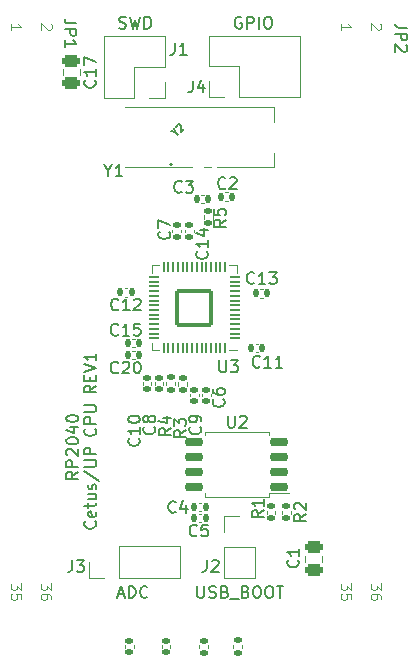
<source format=gto>
G04 #@! TF.GenerationSoftware,KiCad,Pcbnew,(7.0.0)*
G04 #@! TF.CreationDate,2023-06-29T20:34:44+10:00*
G04 #@! TF.ProjectId,RP2040_minimal,52503230-3430-45f6-9d69-6e696d616c2e,REV1*
G04 #@! TF.SameCoordinates,Original*
G04 #@! TF.FileFunction,Legend,Top*
G04 #@! TF.FilePolarity,Positive*
%FSLAX46Y46*%
G04 Gerber Fmt 4.6, Leading zero omitted, Abs format (unit mm)*
G04 Created by KiCad (PCBNEW (7.0.0)) date 2023-06-29 20:34:44*
%MOMM*%
%LPD*%
G01*
G04 APERTURE LIST*
G04 Aperture macros list*
%AMRoundRect*
0 Rectangle with rounded corners*
0 $1 Rounding radius*
0 $2 $3 $4 $5 $6 $7 $8 $9 X,Y pos of 4 corners*
0 Add a 4 corners polygon primitive as box body*
4,1,4,$2,$3,$4,$5,$6,$7,$8,$9,$2,$3,0*
0 Add four circle primitives for the rounded corners*
1,1,$1+$1,$2,$3*
1,1,$1+$1,$4,$5*
1,1,$1+$1,$6,$7*
1,1,$1+$1,$8,$9*
0 Add four rect primitives between the rounded corners*
20,1,$1+$1,$2,$3,$4,$5,0*
20,1,$1+$1,$4,$5,$6,$7,0*
20,1,$1+$1,$6,$7,$8,$9,0*
20,1,$1+$1,$8,$9,$2,$3,0*%
%AMRotRect*
0 Rectangle, with rotation*
0 The origin of the aperture is its center*
0 $1 length*
0 $2 width*
0 $3 Rotation angle, in degrees counterclockwise*
0 Add horizontal line*
21,1,$1,$2,0,0,$3*%
G04 Aperture macros list end*
%ADD10C,0.150000*%
%ADD11C,0.100000*%
%ADD12C,0.120000*%
%ADD13C,0.200000*%
%ADD14C,0.380000*%
%ADD15RoundRect,0.140000X-0.140000X-0.170000X0.140000X-0.170000X0.140000X0.170000X-0.140000X0.170000X0*%
%ADD16RoundRect,0.250000X0.475000X-0.250000X0.475000X0.250000X-0.475000X0.250000X-0.475000X-0.250000X0*%
%ADD17RoundRect,0.135000X-0.185000X0.135000X-0.185000X-0.135000X0.185000X-0.135000X0.185000X0.135000X0*%
%ADD18RoundRect,0.140000X0.140000X0.170000X-0.140000X0.170000X-0.140000X-0.170000X0.140000X-0.170000X0*%
%ADD19R,1.700000X1.700000*%
%ADD20O,1.700000X1.700000*%
%ADD21RoundRect,0.140000X-0.170000X0.140000X-0.170000X-0.140000X0.170000X-0.140000X0.170000X0.140000X0*%
%ADD22RoundRect,0.135000X0.185000X-0.135000X0.185000X0.135000X-0.185000X0.135000X-0.185000X-0.135000X0*%
%ADD23RoundRect,0.150000X0.650000X0.150000X-0.650000X0.150000X-0.650000X-0.150000X0.650000X-0.150000X0*%
%ADD24RoundRect,0.140000X0.170000X-0.140000X0.170000X0.140000X-0.170000X0.140000X-0.170000X-0.140000X0*%
%ADD25RoundRect,0.050000X0.387500X0.050000X-0.387500X0.050000X-0.387500X-0.050000X0.387500X-0.050000X0*%
%ADD26RoundRect,0.050000X0.050000X0.387500X-0.050000X0.387500X-0.050000X-0.387500X0.050000X-0.387500X0*%
%ADD27RoundRect,0.144000X1.456000X1.456000X-1.456000X1.456000X-1.456000X-1.456000X1.456000X-1.456000X0*%
%ADD28R,4.760000X2.100000*%
%ADD29RotRect,1.200000X1.400000X45.000000*%
%ADD30C,1.000000*%
G04 APERTURE END LIST*
D10*
X153561905Y-124681666D02*
X154038095Y-124681666D01*
X153466667Y-124967380D02*
X153800000Y-123967380D01*
X153800000Y-123967380D02*
X154133333Y-124967380D01*
X154466667Y-124967380D02*
X154466667Y-123967380D01*
X154466667Y-123967380D02*
X154704762Y-123967380D01*
X154704762Y-123967380D02*
X154847619Y-124015000D01*
X154847619Y-124015000D02*
X154942857Y-124110238D01*
X154942857Y-124110238D02*
X154990476Y-124205476D01*
X154990476Y-124205476D02*
X155038095Y-124395952D01*
X155038095Y-124395952D02*
X155038095Y-124538809D01*
X155038095Y-124538809D02*
X154990476Y-124729285D01*
X154990476Y-124729285D02*
X154942857Y-124824523D01*
X154942857Y-124824523D02*
X154847619Y-124919761D01*
X154847619Y-124919761D02*
X154704762Y-124967380D01*
X154704762Y-124967380D02*
X154466667Y-124967380D01*
X156038095Y-124872142D02*
X155990476Y-124919761D01*
X155990476Y-124919761D02*
X155847619Y-124967380D01*
X155847619Y-124967380D02*
X155752381Y-124967380D01*
X155752381Y-124967380D02*
X155609524Y-124919761D01*
X155609524Y-124919761D02*
X155514286Y-124824523D01*
X155514286Y-124824523D02*
X155466667Y-124729285D01*
X155466667Y-124729285D02*
X155419048Y-124538809D01*
X155419048Y-124538809D02*
X155419048Y-124395952D01*
X155419048Y-124395952D02*
X155466667Y-124205476D01*
X155466667Y-124205476D02*
X155514286Y-124110238D01*
X155514286Y-124110238D02*
X155609524Y-124015000D01*
X155609524Y-124015000D02*
X155752381Y-123967380D01*
X155752381Y-123967380D02*
X155847619Y-123967380D01*
X155847619Y-123967380D02*
X155990476Y-124015000D01*
X155990476Y-124015000D02*
X156038095Y-124062619D01*
X164000000Y-75815000D02*
X163904762Y-75767380D01*
X163904762Y-75767380D02*
X163761905Y-75767380D01*
X163761905Y-75767380D02*
X163619048Y-75815000D01*
X163619048Y-75815000D02*
X163523810Y-75910238D01*
X163523810Y-75910238D02*
X163476191Y-76005476D01*
X163476191Y-76005476D02*
X163428572Y-76195952D01*
X163428572Y-76195952D02*
X163428572Y-76338809D01*
X163428572Y-76338809D02*
X163476191Y-76529285D01*
X163476191Y-76529285D02*
X163523810Y-76624523D01*
X163523810Y-76624523D02*
X163619048Y-76719761D01*
X163619048Y-76719761D02*
X163761905Y-76767380D01*
X163761905Y-76767380D02*
X163857143Y-76767380D01*
X163857143Y-76767380D02*
X164000000Y-76719761D01*
X164000000Y-76719761D02*
X164047619Y-76672142D01*
X164047619Y-76672142D02*
X164047619Y-76338809D01*
X164047619Y-76338809D02*
X163857143Y-76338809D01*
X164476191Y-76767380D02*
X164476191Y-75767380D01*
X164476191Y-75767380D02*
X164857143Y-75767380D01*
X164857143Y-75767380D02*
X164952381Y-75815000D01*
X164952381Y-75815000D02*
X165000000Y-75862619D01*
X165000000Y-75862619D02*
X165047619Y-75957857D01*
X165047619Y-75957857D02*
X165047619Y-76100714D01*
X165047619Y-76100714D02*
X165000000Y-76195952D01*
X165000000Y-76195952D02*
X164952381Y-76243571D01*
X164952381Y-76243571D02*
X164857143Y-76291190D01*
X164857143Y-76291190D02*
X164476191Y-76291190D01*
X165476191Y-76767380D02*
X165476191Y-75767380D01*
X166142857Y-75767380D02*
X166333333Y-75767380D01*
X166333333Y-75767380D02*
X166428571Y-75815000D01*
X166428571Y-75815000D02*
X166523809Y-75910238D01*
X166523809Y-75910238D02*
X166571428Y-76100714D01*
X166571428Y-76100714D02*
X166571428Y-76434047D01*
X166571428Y-76434047D02*
X166523809Y-76624523D01*
X166523809Y-76624523D02*
X166428571Y-76719761D01*
X166428571Y-76719761D02*
X166333333Y-76767380D01*
X166333333Y-76767380D02*
X166142857Y-76767380D01*
X166142857Y-76767380D02*
X166047619Y-76719761D01*
X166047619Y-76719761D02*
X165952381Y-76624523D01*
X165952381Y-76624523D02*
X165904762Y-76434047D01*
X165904762Y-76434047D02*
X165904762Y-76100714D01*
X165904762Y-76100714D02*
X165952381Y-75910238D01*
X165952381Y-75910238D02*
X166047619Y-75815000D01*
X166047619Y-75815000D02*
X166142857Y-75767380D01*
X153642857Y-76719761D02*
X153785714Y-76767380D01*
X153785714Y-76767380D02*
X154023809Y-76767380D01*
X154023809Y-76767380D02*
X154119047Y-76719761D01*
X154119047Y-76719761D02*
X154166666Y-76672142D01*
X154166666Y-76672142D02*
X154214285Y-76576904D01*
X154214285Y-76576904D02*
X154214285Y-76481666D01*
X154214285Y-76481666D02*
X154166666Y-76386428D01*
X154166666Y-76386428D02*
X154119047Y-76338809D01*
X154119047Y-76338809D02*
X154023809Y-76291190D01*
X154023809Y-76291190D02*
X153833333Y-76243571D01*
X153833333Y-76243571D02*
X153738095Y-76195952D01*
X153738095Y-76195952D02*
X153690476Y-76148333D01*
X153690476Y-76148333D02*
X153642857Y-76053095D01*
X153642857Y-76053095D02*
X153642857Y-75957857D01*
X153642857Y-75957857D02*
X153690476Y-75862619D01*
X153690476Y-75862619D02*
X153738095Y-75815000D01*
X153738095Y-75815000D02*
X153833333Y-75767380D01*
X153833333Y-75767380D02*
X154071428Y-75767380D01*
X154071428Y-75767380D02*
X154214285Y-75815000D01*
X154547619Y-75767380D02*
X154785714Y-76767380D01*
X154785714Y-76767380D02*
X154976190Y-76053095D01*
X154976190Y-76053095D02*
X155166666Y-76767380D01*
X155166666Y-76767380D02*
X155404762Y-75767380D01*
X155785714Y-76767380D02*
X155785714Y-75767380D01*
X155785714Y-75767380D02*
X156023809Y-75767380D01*
X156023809Y-75767380D02*
X156166666Y-75815000D01*
X156166666Y-75815000D02*
X156261904Y-75910238D01*
X156261904Y-75910238D02*
X156309523Y-76005476D01*
X156309523Y-76005476D02*
X156357142Y-76195952D01*
X156357142Y-76195952D02*
X156357142Y-76338809D01*
X156357142Y-76338809D02*
X156309523Y-76529285D01*
X156309523Y-76529285D02*
X156261904Y-76624523D01*
X156261904Y-76624523D02*
X156166666Y-76719761D01*
X156166666Y-76719761D02*
X156023809Y-76767380D01*
X156023809Y-76767380D02*
X155785714Y-76767380D01*
D11*
X145349357Y-123731428D02*
X145349357Y-124288571D01*
X145349357Y-124288571D02*
X145006500Y-123988571D01*
X145006500Y-123988571D02*
X145006500Y-124117142D01*
X145006500Y-124117142D02*
X144963642Y-124202857D01*
X144963642Y-124202857D02*
X144920785Y-124245714D01*
X144920785Y-124245714D02*
X144835071Y-124288571D01*
X144835071Y-124288571D02*
X144620785Y-124288571D01*
X144620785Y-124288571D02*
X144535071Y-124245714D01*
X144535071Y-124245714D02*
X144492214Y-124202857D01*
X144492214Y-124202857D02*
X144449357Y-124117142D01*
X144449357Y-124117142D02*
X144449357Y-123859999D01*
X144449357Y-123859999D02*
X144492214Y-123774285D01*
X144492214Y-123774285D02*
X144535071Y-123731428D01*
X145349357Y-125102857D02*
X145349357Y-124674285D01*
X145349357Y-124674285D02*
X144920785Y-124631428D01*
X144920785Y-124631428D02*
X144963642Y-124674285D01*
X144963642Y-124674285D02*
X145006500Y-124760000D01*
X145006500Y-124760000D02*
X145006500Y-124974285D01*
X145006500Y-124974285D02*
X144963642Y-125060000D01*
X144963642Y-125060000D02*
X144920785Y-125102857D01*
X144920785Y-125102857D02*
X144835071Y-125145714D01*
X144835071Y-125145714D02*
X144620785Y-125145714D01*
X144620785Y-125145714D02*
X144535071Y-125102857D01*
X144535071Y-125102857D02*
X144492214Y-125060000D01*
X144492214Y-125060000D02*
X144449357Y-124974285D01*
X144449357Y-124974285D02*
X144449357Y-124760000D01*
X144449357Y-124760000D02*
X144492214Y-124674285D01*
X144492214Y-124674285D02*
X144535071Y-124631428D01*
X175743642Y-76342857D02*
X175786500Y-76385714D01*
X175786500Y-76385714D02*
X175829357Y-76471429D01*
X175829357Y-76471429D02*
X175829357Y-76685714D01*
X175829357Y-76685714D02*
X175786500Y-76771429D01*
X175786500Y-76771429D02*
X175743642Y-76814286D01*
X175743642Y-76814286D02*
X175657928Y-76857143D01*
X175657928Y-76857143D02*
X175572214Y-76857143D01*
X175572214Y-76857143D02*
X175443642Y-76814286D01*
X175443642Y-76814286D02*
X174929357Y-76300000D01*
X174929357Y-76300000D02*
X174929357Y-76857143D01*
X173289357Y-123731428D02*
X173289357Y-124288571D01*
X173289357Y-124288571D02*
X172946500Y-123988571D01*
X172946500Y-123988571D02*
X172946500Y-124117142D01*
X172946500Y-124117142D02*
X172903642Y-124202857D01*
X172903642Y-124202857D02*
X172860785Y-124245714D01*
X172860785Y-124245714D02*
X172775071Y-124288571D01*
X172775071Y-124288571D02*
X172560785Y-124288571D01*
X172560785Y-124288571D02*
X172475071Y-124245714D01*
X172475071Y-124245714D02*
X172432214Y-124202857D01*
X172432214Y-124202857D02*
X172389357Y-124117142D01*
X172389357Y-124117142D02*
X172389357Y-123859999D01*
X172389357Y-123859999D02*
X172432214Y-123774285D01*
X172432214Y-123774285D02*
X172475071Y-123731428D01*
X173289357Y-125102857D02*
X173289357Y-124674285D01*
X173289357Y-124674285D02*
X172860785Y-124631428D01*
X172860785Y-124631428D02*
X172903642Y-124674285D01*
X172903642Y-124674285D02*
X172946500Y-124760000D01*
X172946500Y-124760000D02*
X172946500Y-124974285D01*
X172946500Y-124974285D02*
X172903642Y-125060000D01*
X172903642Y-125060000D02*
X172860785Y-125102857D01*
X172860785Y-125102857D02*
X172775071Y-125145714D01*
X172775071Y-125145714D02*
X172560785Y-125145714D01*
X172560785Y-125145714D02*
X172475071Y-125102857D01*
X172475071Y-125102857D02*
X172432214Y-125060000D01*
X172432214Y-125060000D02*
X172389357Y-124974285D01*
X172389357Y-124974285D02*
X172389357Y-124760000D01*
X172389357Y-124760000D02*
X172432214Y-124674285D01*
X172432214Y-124674285D02*
X172475071Y-124631428D01*
X147889357Y-123731428D02*
X147889357Y-124288571D01*
X147889357Y-124288571D02*
X147546500Y-123988571D01*
X147546500Y-123988571D02*
X147546500Y-124117142D01*
X147546500Y-124117142D02*
X147503642Y-124202857D01*
X147503642Y-124202857D02*
X147460785Y-124245714D01*
X147460785Y-124245714D02*
X147375071Y-124288571D01*
X147375071Y-124288571D02*
X147160785Y-124288571D01*
X147160785Y-124288571D02*
X147075071Y-124245714D01*
X147075071Y-124245714D02*
X147032214Y-124202857D01*
X147032214Y-124202857D02*
X146989357Y-124117142D01*
X146989357Y-124117142D02*
X146989357Y-123859999D01*
X146989357Y-123859999D02*
X147032214Y-123774285D01*
X147032214Y-123774285D02*
X147075071Y-123731428D01*
X147889357Y-125060000D02*
X147889357Y-124888571D01*
X147889357Y-124888571D02*
X147846500Y-124802857D01*
X147846500Y-124802857D02*
X147803642Y-124760000D01*
X147803642Y-124760000D02*
X147675071Y-124674285D01*
X147675071Y-124674285D02*
X147503642Y-124631428D01*
X147503642Y-124631428D02*
X147160785Y-124631428D01*
X147160785Y-124631428D02*
X147075071Y-124674285D01*
X147075071Y-124674285D02*
X147032214Y-124717142D01*
X147032214Y-124717142D02*
X146989357Y-124802857D01*
X146989357Y-124802857D02*
X146989357Y-124974285D01*
X146989357Y-124974285D02*
X147032214Y-125060000D01*
X147032214Y-125060000D02*
X147075071Y-125102857D01*
X147075071Y-125102857D02*
X147160785Y-125145714D01*
X147160785Y-125145714D02*
X147375071Y-125145714D01*
X147375071Y-125145714D02*
X147460785Y-125102857D01*
X147460785Y-125102857D02*
X147503642Y-125060000D01*
X147503642Y-125060000D02*
X147546500Y-124974285D01*
X147546500Y-124974285D02*
X147546500Y-124802857D01*
X147546500Y-124802857D02*
X147503642Y-124717142D01*
X147503642Y-124717142D02*
X147460785Y-124674285D01*
X147460785Y-124674285D02*
X147375071Y-124631428D01*
X175829357Y-123731428D02*
X175829357Y-124288571D01*
X175829357Y-124288571D02*
X175486500Y-123988571D01*
X175486500Y-123988571D02*
X175486500Y-124117142D01*
X175486500Y-124117142D02*
X175443642Y-124202857D01*
X175443642Y-124202857D02*
X175400785Y-124245714D01*
X175400785Y-124245714D02*
X175315071Y-124288571D01*
X175315071Y-124288571D02*
X175100785Y-124288571D01*
X175100785Y-124288571D02*
X175015071Y-124245714D01*
X175015071Y-124245714D02*
X174972214Y-124202857D01*
X174972214Y-124202857D02*
X174929357Y-124117142D01*
X174929357Y-124117142D02*
X174929357Y-123859999D01*
X174929357Y-123859999D02*
X174972214Y-123774285D01*
X174972214Y-123774285D02*
X175015071Y-123731428D01*
X175829357Y-125060000D02*
X175829357Y-124888571D01*
X175829357Y-124888571D02*
X175786500Y-124802857D01*
X175786500Y-124802857D02*
X175743642Y-124760000D01*
X175743642Y-124760000D02*
X175615071Y-124674285D01*
X175615071Y-124674285D02*
X175443642Y-124631428D01*
X175443642Y-124631428D02*
X175100785Y-124631428D01*
X175100785Y-124631428D02*
X175015071Y-124674285D01*
X175015071Y-124674285D02*
X174972214Y-124717142D01*
X174972214Y-124717142D02*
X174929357Y-124802857D01*
X174929357Y-124802857D02*
X174929357Y-124974285D01*
X174929357Y-124974285D02*
X174972214Y-125060000D01*
X174972214Y-125060000D02*
X175015071Y-125102857D01*
X175015071Y-125102857D02*
X175100785Y-125145714D01*
X175100785Y-125145714D02*
X175315071Y-125145714D01*
X175315071Y-125145714D02*
X175400785Y-125102857D01*
X175400785Y-125102857D02*
X175443642Y-125060000D01*
X175443642Y-125060000D02*
X175486500Y-124974285D01*
X175486500Y-124974285D02*
X175486500Y-124802857D01*
X175486500Y-124802857D02*
X175443642Y-124717142D01*
X175443642Y-124717142D02*
X175400785Y-124674285D01*
X175400785Y-124674285D02*
X175315071Y-124631428D01*
D10*
X150167380Y-114295238D02*
X149691190Y-114628571D01*
X150167380Y-114866666D02*
X149167380Y-114866666D01*
X149167380Y-114866666D02*
X149167380Y-114485714D01*
X149167380Y-114485714D02*
X149215000Y-114390476D01*
X149215000Y-114390476D02*
X149262619Y-114342857D01*
X149262619Y-114342857D02*
X149357857Y-114295238D01*
X149357857Y-114295238D02*
X149500714Y-114295238D01*
X149500714Y-114295238D02*
X149595952Y-114342857D01*
X149595952Y-114342857D02*
X149643571Y-114390476D01*
X149643571Y-114390476D02*
X149691190Y-114485714D01*
X149691190Y-114485714D02*
X149691190Y-114866666D01*
X150167380Y-113866666D02*
X149167380Y-113866666D01*
X149167380Y-113866666D02*
X149167380Y-113485714D01*
X149167380Y-113485714D02*
X149215000Y-113390476D01*
X149215000Y-113390476D02*
X149262619Y-113342857D01*
X149262619Y-113342857D02*
X149357857Y-113295238D01*
X149357857Y-113295238D02*
X149500714Y-113295238D01*
X149500714Y-113295238D02*
X149595952Y-113342857D01*
X149595952Y-113342857D02*
X149643571Y-113390476D01*
X149643571Y-113390476D02*
X149691190Y-113485714D01*
X149691190Y-113485714D02*
X149691190Y-113866666D01*
X149262619Y-112914285D02*
X149215000Y-112866666D01*
X149215000Y-112866666D02*
X149167380Y-112771428D01*
X149167380Y-112771428D02*
X149167380Y-112533333D01*
X149167380Y-112533333D02*
X149215000Y-112438095D01*
X149215000Y-112438095D02*
X149262619Y-112390476D01*
X149262619Y-112390476D02*
X149357857Y-112342857D01*
X149357857Y-112342857D02*
X149453095Y-112342857D01*
X149453095Y-112342857D02*
X149595952Y-112390476D01*
X149595952Y-112390476D02*
X150167380Y-112961904D01*
X150167380Y-112961904D02*
X150167380Y-112342857D01*
X149167380Y-111723809D02*
X149167380Y-111628571D01*
X149167380Y-111628571D02*
X149215000Y-111533333D01*
X149215000Y-111533333D02*
X149262619Y-111485714D01*
X149262619Y-111485714D02*
X149357857Y-111438095D01*
X149357857Y-111438095D02*
X149548333Y-111390476D01*
X149548333Y-111390476D02*
X149786428Y-111390476D01*
X149786428Y-111390476D02*
X149976904Y-111438095D01*
X149976904Y-111438095D02*
X150072142Y-111485714D01*
X150072142Y-111485714D02*
X150119761Y-111533333D01*
X150119761Y-111533333D02*
X150167380Y-111628571D01*
X150167380Y-111628571D02*
X150167380Y-111723809D01*
X150167380Y-111723809D02*
X150119761Y-111819047D01*
X150119761Y-111819047D02*
X150072142Y-111866666D01*
X150072142Y-111866666D02*
X149976904Y-111914285D01*
X149976904Y-111914285D02*
X149786428Y-111961904D01*
X149786428Y-111961904D02*
X149548333Y-111961904D01*
X149548333Y-111961904D02*
X149357857Y-111914285D01*
X149357857Y-111914285D02*
X149262619Y-111866666D01*
X149262619Y-111866666D02*
X149215000Y-111819047D01*
X149215000Y-111819047D02*
X149167380Y-111723809D01*
X149500714Y-110533333D02*
X150167380Y-110533333D01*
X149119761Y-110771428D02*
X149834047Y-111009523D01*
X149834047Y-111009523D02*
X149834047Y-110390476D01*
X149167380Y-109819047D02*
X149167380Y-109723809D01*
X149167380Y-109723809D02*
X149215000Y-109628571D01*
X149215000Y-109628571D02*
X149262619Y-109580952D01*
X149262619Y-109580952D02*
X149357857Y-109533333D01*
X149357857Y-109533333D02*
X149548333Y-109485714D01*
X149548333Y-109485714D02*
X149786428Y-109485714D01*
X149786428Y-109485714D02*
X149976904Y-109533333D01*
X149976904Y-109533333D02*
X150072142Y-109580952D01*
X150072142Y-109580952D02*
X150119761Y-109628571D01*
X150119761Y-109628571D02*
X150167380Y-109723809D01*
X150167380Y-109723809D02*
X150167380Y-109819047D01*
X150167380Y-109819047D02*
X150119761Y-109914285D01*
X150119761Y-109914285D02*
X150072142Y-109961904D01*
X150072142Y-109961904D02*
X149976904Y-110009523D01*
X149976904Y-110009523D02*
X149786428Y-110057142D01*
X149786428Y-110057142D02*
X149548333Y-110057142D01*
X149548333Y-110057142D02*
X149357857Y-110009523D01*
X149357857Y-110009523D02*
X149262619Y-109961904D01*
X149262619Y-109961904D02*
X149215000Y-109914285D01*
X149215000Y-109914285D02*
X149167380Y-109819047D01*
D11*
X172389357Y-76857143D02*
X172389357Y-76342857D01*
X172389357Y-76600000D02*
X173289357Y-76600000D01*
X173289357Y-76600000D02*
X173160785Y-76514286D01*
X173160785Y-76514286D02*
X173075071Y-76428571D01*
X173075071Y-76428571D02*
X173032214Y-76342857D01*
D10*
X160258571Y-123967380D02*
X160258571Y-124776904D01*
X160258571Y-124776904D02*
X160306190Y-124872142D01*
X160306190Y-124872142D02*
X160353809Y-124919761D01*
X160353809Y-124919761D02*
X160449047Y-124967380D01*
X160449047Y-124967380D02*
X160639523Y-124967380D01*
X160639523Y-124967380D02*
X160734761Y-124919761D01*
X160734761Y-124919761D02*
X160782380Y-124872142D01*
X160782380Y-124872142D02*
X160829999Y-124776904D01*
X160829999Y-124776904D02*
X160829999Y-123967380D01*
X161258571Y-124919761D02*
X161401428Y-124967380D01*
X161401428Y-124967380D02*
X161639523Y-124967380D01*
X161639523Y-124967380D02*
X161734761Y-124919761D01*
X161734761Y-124919761D02*
X161782380Y-124872142D01*
X161782380Y-124872142D02*
X161829999Y-124776904D01*
X161829999Y-124776904D02*
X161829999Y-124681666D01*
X161829999Y-124681666D02*
X161782380Y-124586428D01*
X161782380Y-124586428D02*
X161734761Y-124538809D01*
X161734761Y-124538809D02*
X161639523Y-124491190D01*
X161639523Y-124491190D02*
X161449047Y-124443571D01*
X161449047Y-124443571D02*
X161353809Y-124395952D01*
X161353809Y-124395952D02*
X161306190Y-124348333D01*
X161306190Y-124348333D02*
X161258571Y-124253095D01*
X161258571Y-124253095D02*
X161258571Y-124157857D01*
X161258571Y-124157857D02*
X161306190Y-124062619D01*
X161306190Y-124062619D02*
X161353809Y-124015000D01*
X161353809Y-124015000D02*
X161449047Y-123967380D01*
X161449047Y-123967380D02*
X161687142Y-123967380D01*
X161687142Y-123967380D02*
X161829999Y-124015000D01*
X162591904Y-124443571D02*
X162734761Y-124491190D01*
X162734761Y-124491190D02*
X162782380Y-124538809D01*
X162782380Y-124538809D02*
X162829999Y-124634047D01*
X162829999Y-124634047D02*
X162829999Y-124776904D01*
X162829999Y-124776904D02*
X162782380Y-124872142D01*
X162782380Y-124872142D02*
X162734761Y-124919761D01*
X162734761Y-124919761D02*
X162639523Y-124967380D01*
X162639523Y-124967380D02*
X162258571Y-124967380D01*
X162258571Y-124967380D02*
X162258571Y-123967380D01*
X162258571Y-123967380D02*
X162591904Y-123967380D01*
X162591904Y-123967380D02*
X162687142Y-124015000D01*
X162687142Y-124015000D02*
X162734761Y-124062619D01*
X162734761Y-124062619D02*
X162782380Y-124157857D01*
X162782380Y-124157857D02*
X162782380Y-124253095D01*
X162782380Y-124253095D02*
X162734761Y-124348333D01*
X162734761Y-124348333D02*
X162687142Y-124395952D01*
X162687142Y-124395952D02*
X162591904Y-124443571D01*
X162591904Y-124443571D02*
X162258571Y-124443571D01*
X163020476Y-125062619D02*
X163782380Y-125062619D01*
X164353809Y-124443571D02*
X164496666Y-124491190D01*
X164496666Y-124491190D02*
X164544285Y-124538809D01*
X164544285Y-124538809D02*
X164591904Y-124634047D01*
X164591904Y-124634047D02*
X164591904Y-124776904D01*
X164591904Y-124776904D02*
X164544285Y-124872142D01*
X164544285Y-124872142D02*
X164496666Y-124919761D01*
X164496666Y-124919761D02*
X164401428Y-124967380D01*
X164401428Y-124967380D02*
X164020476Y-124967380D01*
X164020476Y-124967380D02*
X164020476Y-123967380D01*
X164020476Y-123967380D02*
X164353809Y-123967380D01*
X164353809Y-123967380D02*
X164449047Y-124015000D01*
X164449047Y-124015000D02*
X164496666Y-124062619D01*
X164496666Y-124062619D02*
X164544285Y-124157857D01*
X164544285Y-124157857D02*
X164544285Y-124253095D01*
X164544285Y-124253095D02*
X164496666Y-124348333D01*
X164496666Y-124348333D02*
X164449047Y-124395952D01*
X164449047Y-124395952D02*
X164353809Y-124443571D01*
X164353809Y-124443571D02*
X164020476Y-124443571D01*
X165210952Y-123967380D02*
X165401428Y-123967380D01*
X165401428Y-123967380D02*
X165496666Y-124015000D01*
X165496666Y-124015000D02*
X165591904Y-124110238D01*
X165591904Y-124110238D02*
X165639523Y-124300714D01*
X165639523Y-124300714D02*
X165639523Y-124634047D01*
X165639523Y-124634047D02*
X165591904Y-124824523D01*
X165591904Y-124824523D02*
X165496666Y-124919761D01*
X165496666Y-124919761D02*
X165401428Y-124967380D01*
X165401428Y-124967380D02*
X165210952Y-124967380D01*
X165210952Y-124967380D02*
X165115714Y-124919761D01*
X165115714Y-124919761D02*
X165020476Y-124824523D01*
X165020476Y-124824523D02*
X164972857Y-124634047D01*
X164972857Y-124634047D02*
X164972857Y-124300714D01*
X164972857Y-124300714D02*
X165020476Y-124110238D01*
X165020476Y-124110238D02*
X165115714Y-124015000D01*
X165115714Y-124015000D02*
X165210952Y-123967380D01*
X166258571Y-123967380D02*
X166449047Y-123967380D01*
X166449047Y-123967380D02*
X166544285Y-124015000D01*
X166544285Y-124015000D02*
X166639523Y-124110238D01*
X166639523Y-124110238D02*
X166687142Y-124300714D01*
X166687142Y-124300714D02*
X166687142Y-124634047D01*
X166687142Y-124634047D02*
X166639523Y-124824523D01*
X166639523Y-124824523D02*
X166544285Y-124919761D01*
X166544285Y-124919761D02*
X166449047Y-124967380D01*
X166449047Y-124967380D02*
X166258571Y-124967380D01*
X166258571Y-124967380D02*
X166163333Y-124919761D01*
X166163333Y-124919761D02*
X166068095Y-124824523D01*
X166068095Y-124824523D02*
X166020476Y-124634047D01*
X166020476Y-124634047D02*
X166020476Y-124300714D01*
X166020476Y-124300714D02*
X166068095Y-124110238D01*
X166068095Y-124110238D02*
X166163333Y-124015000D01*
X166163333Y-124015000D02*
X166258571Y-123967380D01*
X166972857Y-123967380D02*
X167544285Y-123967380D01*
X167258571Y-124967380D02*
X167258571Y-123967380D01*
X151596142Y-118482476D02*
X151643761Y-118530095D01*
X151643761Y-118530095D02*
X151691380Y-118672952D01*
X151691380Y-118672952D02*
X151691380Y-118768190D01*
X151691380Y-118768190D02*
X151643761Y-118911047D01*
X151643761Y-118911047D02*
X151548523Y-119006285D01*
X151548523Y-119006285D02*
X151453285Y-119053904D01*
X151453285Y-119053904D02*
X151262809Y-119101523D01*
X151262809Y-119101523D02*
X151119952Y-119101523D01*
X151119952Y-119101523D02*
X150929476Y-119053904D01*
X150929476Y-119053904D02*
X150834238Y-119006285D01*
X150834238Y-119006285D02*
X150739000Y-118911047D01*
X150739000Y-118911047D02*
X150691380Y-118768190D01*
X150691380Y-118768190D02*
X150691380Y-118672952D01*
X150691380Y-118672952D02*
X150739000Y-118530095D01*
X150739000Y-118530095D02*
X150786619Y-118482476D01*
X151643761Y-117672952D02*
X151691380Y-117768190D01*
X151691380Y-117768190D02*
X151691380Y-117958666D01*
X151691380Y-117958666D02*
X151643761Y-118053904D01*
X151643761Y-118053904D02*
X151548523Y-118101523D01*
X151548523Y-118101523D02*
X151167571Y-118101523D01*
X151167571Y-118101523D02*
X151072333Y-118053904D01*
X151072333Y-118053904D02*
X151024714Y-117958666D01*
X151024714Y-117958666D02*
X151024714Y-117768190D01*
X151024714Y-117768190D02*
X151072333Y-117672952D01*
X151072333Y-117672952D02*
X151167571Y-117625333D01*
X151167571Y-117625333D02*
X151262809Y-117625333D01*
X151262809Y-117625333D02*
X151358047Y-118101523D01*
X151024714Y-117339618D02*
X151024714Y-116958666D01*
X150691380Y-117196761D02*
X151548523Y-117196761D01*
X151548523Y-117196761D02*
X151643761Y-117149142D01*
X151643761Y-117149142D02*
X151691380Y-117053904D01*
X151691380Y-117053904D02*
X151691380Y-116958666D01*
X151024714Y-116196761D02*
X151691380Y-116196761D01*
X151024714Y-116625332D02*
X151548523Y-116625332D01*
X151548523Y-116625332D02*
X151643761Y-116577713D01*
X151643761Y-116577713D02*
X151691380Y-116482475D01*
X151691380Y-116482475D02*
X151691380Y-116339618D01*
X151691380Y-116339618D02*
X151643761Y-116244380D01*
X151643761Y-116244380D02*
X151596142Y-116196761D01*
X151643761Y-115768189D02*
X151691380Y-115672951D01*
X151691380Y-115672951D02*
X151691380Y-115482475D01*
X151691380Y-115482475D02*
X151643761Y-115387237D01*
X151643761Y-115387237D02*
X151548523Y-115339618D01*
X151548523Y-115339618D02*
X151500904Y-115339618D01*
X151500904Y-115339618D02*
X151405666Y-115387237D01*
X151405666Y-115387237D02*
X151358047Y-115482475D01*
X151358047Y-115482475D02*
X151358047Y-115625332D01*
X151358047Y-115625332D02*
X151310428Y-115720570D01*
X151310428Y-115720570D02*
X151215190Y-115768189D01*
X151215190Y-115768189D02*
X151167571Y-115768189D01*
X151167571Y-115768189D02*
X151072333Y-115720570D01*
X151072333Y-115720570D02*
X151024714Y-115625332D01*
X151024714Y-115625332D02*
X151024714Y-115482475D01*
X151024714Y-115482475D02*
X151072333Y-115387237D01*
X150643761Y-114196761D02*
X151929476Y-115053903D01*
X150691380Y-113863427D02*
X151500904Y-113863427D01*
X151500904Y-113863427D02*
X151596142Y-113815808D01*
X151596142Y-113815808D02*
X151643761Y-113768189D01*
X151643761Y-113768189D02*
X151691380Y-113672951D01*
X151691380Y-113672951D02*
X151691380Y-113482475D01*
X151691380Y-113482475D02*
X151643761Y-113387237D01*
X151643761Y-113387237D02*
X151596142Y-113339618D01*
X151596142Y-113339618D02*
X151500904Y-113291999D01*
X151500904Y-113291999D02*
X150691380Y-113291999D01*
X151691380Y-112815808D02*
X150691380Y-112815808D01*
X150691380Y-112815808D02*
X150691380Y-112434856D01*
X150691380Y-112434856D02*
X150739000Y-112339618D01*
X150739000Y-112339618D02*
X150786619Y-112291999D01*
X150786619Y-112291999D02*
X150881857Y-112244380D01*
X150881857Y-112244380D02*
X151024714Y-112244380D01*
X151024714Y-112244380D02*
X151119952Y-112291999D01*
X151119952Y-112291999D02*
X151167571Y-112339618D01*
X151167571Y-112339618D02*
X151215190Y-112434856D01*
X151215190Y-112434856D02*
X151215190Y-112815808D01*
X151596142Y-110644380D02*
X151643761Y-110691999D01*
X151643761Y-110691999D02*
X151691380Y-110834856D01*
X151691380Y-110834856D02*
X151691380Y-110930094D01*
X151691380Y-110930094D02*
X151643761Y-111072951D01*
X151643761Y-111072951D02*
X151548523Y-111168189D01*
X151548523Y-111168189D02*
X151453285Y-111215808D01*
X151453285Y-111215808D02*
X151262809Y-111263427D01*
X151262809Y-111263427D02*
X151119952Y-111263427D01*
X151119952Y-111263427D02*
X150929476Y-111215808D01*
X150929476Y-111215808D02*
X150834238Y-111168189D01*
X150834238Y-111168189D02*
X150739000Y-111072951D01*
X150739000Y-111072951D02*
X150691380Y-110930094D01*
X150691380Y-110930094D02*
X150691380Y-110834856D01*
X150691380Y-110834856D02*
X150739000Y-110691999D01*
X150739000Y-110691999D02*
X150786619Y-110644380D01*
X151691380Y-110215808D02*
X150691380Y-110215808D01*
X150691380Y-110215808D02*
X150691380Y-109834856D01*
X150691380Y-109834856D02*
X150739000Y-109739618D01*
X150739000Y-109739618D02*
X150786619Y-109691999D01*
X150786619Y-109691999D02*
X150881857Y-109644380D01*
X150881857Y-109644380D02*
X151024714Y-109644380D01*
X151024714Y-109644380D02*
X151119952Y-109691999D01*
X151119952Y-109691999D02*
X151167571Y-109739618D01*
X151167571Y-109739618D02*
X151215190Y-109834856D01*
X151215190Y-109834856D02*
X151215190Y-110215808D01*
X150691380Y-109215808D02*
X151500904Y-109215808D01*
X151500904Y-109215808D02*
X151596142Y-109168189D01*
X151596142Y-109168189D02*
X151643761Y-109120570D01*
X151643761Y-109120570D02*
X151691380Y-109025332D01*
X151691380Y-109025332D02*
X151691380Y-108834856D01*
X151691380Y-108834856D02*
X151643761Y-108739618D01*
X151643761Y-108739618D02*
X151596142Y-108691999D01*
X151596142Y-108691999D02*
X151500904Y-108644380D01*
X151500904Y-108644380D02*
X150691380Y-108644380D01*
X151691380Y-106996761D02*
X151215190Y-107330094D01*
X151691380Y-107568189D02*
X150691380Y-107568189D01*
X150691380Y-107568189D02*
X150691380Y-107187237D01*
X150691380Y-107187237D02*
X150739000Y-107091999D01*
X150739000Y-107091999D02*
X150786619Y-107044380D01*
X150786619Y-107044380D02*
X150881857Y-106996761D01*
X150881857Y-106996761D02*
X151024714Y-106996761D01*
X151024714Y-106996761D02*
X151119952Y-107044380D01*
X151119952Y-107044380D02*
X151167571Y-107091999D01*
X151167571Y-107091999D02*
X151215190Y-107187237D01*
X151215190Y-107187237D02*
X151215190Y-107568189D01*
X151167571Y-106568189D02*
X151167571Y-106234856D01*
X151691380Y-106091999D02*
X151691380Y-106568189D01*
X151691380Y-106568189D02*
X150691380Y-106568189D01*
X150691380Y-106568189D02*
X150691380Y-106091999D01*
X150691380Y-105806284D02*
X151691380Y-105472951D01*
X151691380Y-105472951D02*
X150691380Y-105139618D01*
X151691380Y-104282475D02*
X151691380Y-104853903D01*
X151691380Y-104568189D02*
X150691380Y-104568189D01*
X150691380Y-104568189D02*
X150834238Y-104663427D01*
X150834238Y-104663427D02*
X150929476Y-104758665D01*
X150929476Y-104758665D02*
X150977095Y-104853903D01*
D11*
X147833642Y-76342857D02*
X147876500Y-76385714D01*
X147876500Y-76385714D02*
X147919357Y-76471429D01*
X147919357Y-76471429D02*
X147919357Y-76685714D01*
X147919357Y-76685714D02*
X147876500Y-76771429D01*
X147876500Y-76771429D02*
X147833642Y-76814286D01*
X147833642Y-76814286D02*
X147747928Y-76857143D01*
X147747928Y-76857143D02*
X147662214Y-76857143D01*
X147662214Y-76857143D02*
X147533642Y-76814286D01*
X147533642Y-76814286D02*
X147019357Y-76300000D01*
X147019357Y-76300000D02*
X147019357Y-76857143D01*
X144449357Y-76857143D02*
X144449357Y-76342857D01*
X144449357Y-76600000D02*
X145349357Y-76600000D01*
X145349357Y-76600000D02*
X145220785Y-76514286D01*
X145220785Y-76514286D02*
X145135071Y-76428571D01*
X145135071Y-76428571D02*
X145092214Y-76342857D01*
D10*
X158433333Y-117672142D02*
X158385714Y-117719761D01*
X158385714Y-117719761D02*
X158242857Y-117767380D01*
X158242857Y-117767380D02*
X158147619Y-117767380D01*
X158147619Y-117767380D02*
X158004762Y-117719761D01*
X158004762Y-117719761D02*
X157909524Y-117624523D01*
X157909524Y-117624523D02*
X157861905Y-117529285D01*
X157861905Y-117529285D02*
X157814286Y-117338809D01*
X157814286Y-117338809D02*
X157814286Y-117195952D01*
X157814286Y-117195952D02*
X157861905Y-117005476D01*
X157861905Y-117005476D02*
X157909524Y-116910238D01*
X157909524Y-116910238D02*
X158004762Y-116815000D01*
X158004762Y-116815000D02*
X158147619Y-116767380D01*
X158147619Y-116767380D02*
X158242857Y-116767380D01*
X158242857Y-116767380D02*
X158385714Y-116815000D01*
X158385714Y-116815000D02*
X158433333Y-116862619D01*
X159290476Y-117100714D02*
X159290476Y-117767380D01*
X159052381Y-116719761D02*
X158814286Y-117434047D01*
X158814286Y-117434047D02*
X159433333Y-117434047D01*
X168772142Y-121766667D02*
X168819761Y-121814286D01*
X168819761Y-121814286D02*
X168867380Y-121957143D01*
X168867380Y-121957143D02*
X168867380Y-122052381D01*
X168867380Y-122052381D02*
X168819761Y-122195238D01*
X168819761Y-122195238D02*
X168724523Y-122290476D01*
X168724523Y-122290476D02*
X168629285Y-122338095D01*
X168629285Y-122338095D02*
X168438809Y-122385714D01*
X168438809Y-122385714D02*
X168295952Y-122385714D01*
X168295952Y-122385714D02*
X168105476Y-122338095D01*
X168105476Y-122338095D02*
X168010238Y-122290476D01*
X168010238Y-122290476D02*
X167915000Y-122195238D01*
X167915000Y-122195238D02*
X167867380Y-122052381D01*
X167867380Y-122052381D02*
X167867380Y-121957143D01*
X167867380Y-121957143D02*
X167915000Y-121814286D01*
X167915000Y-121814286D02*
X167962619Y-121766667D01*
X168867380Y-120814286D02*
X168867380Y-121385714D01*
X168867380Y-121100000D02*
X167867380Y-121100000D01*
X167867380Y-121100000D02*
X168010238Y-121195238D01*
X168010238Y-121195238D02*
X168105476Y-121290476D01*
X168105476Y-121290476D02*
X168153095Y-121385714D01*
X153557142Y-105872142D02*
X153509523Y-105919761D01*
X153509523Y-105919761D02*
X153366666Y-105967380D01*
X153366666Y-105967380D02*
X153271428Y-105967380D01*
X153271428Y-105967380D02*
X153128571Y-105919761D01*
X153128571Y-105919761D02*
X153033333Y-105824523D01*
X153033333Y-105824523D02*
X152985714Y-105729285D01*
X152985714Y-105729285D02*
X152938095Y-105538809D01*
X152938095Y-105538809D02*
X152938095Y-105395952D01*
X152938095Y-105395952D02*
X152985714Y-105205476D01*
X152985714Y-105205476D02*
X153033333Y-105110238D01*
X153033333Y-105110238D02*
X153128571Y-105015000D01*
X153128571Y-105015000D02*
X153271428Y-104967380D01*
X153271428Y-104967380D02*
X153366666Y-104967380D01*
X153366666Y-104967380D02*
X153509523Y-105015000D01*
X153509523Y-105015000D02*
X153557142Y-105062619D01*
X153938095Y-105062619D02*
X153985714Y-105015000D01*
X153985714Y-105015000D02*
X154080952Y-104967380D01*
X154080952Y-104967380D02*
X154319047Y-104967380D01*
X154319047Y-104967380D02*
X154414285Y-105015000D01*
X154414285Y-105015000D02*
X154461904Y-105062619D01*
X154461904Y-105062619D02*
X154509523Y-105157857D01*
X154509523Y-105157857D02*
X154509523Y-105253095D01*
X154509523Y-105253095D02*
X154461904Y-105395952D01*
X154461904Y-105395952D02*
X153890476Y-105967380D01*
X153890476Y-105967380D02*
X154509523Y-105967380D01*
X155128571Y-104967380D02*
X155223809Y-104967380D01*
X155223809Y-104967380D02*
X155319047Y-105015000D01*
X155319047Y-105015000D02*
X155366666Y-105062619D01*
X155366666Y-105062619D02*
X155414285Y-105157857D01*
X155414285Y-105157857D02*
X155461904Y-105348333D01*
X155461904Y-105348333D02*
X155461904Y-105586428D01*
X155461904Y-105586428D02*
X155414285Y-105776904D01*
X155414285Y-105776904D02*
X155366666Y-105872142D01*
X155366666Y-105872142D02*
X155319047Y-105919761D01*
X155319047Y-105919761D02*
X155223809Y-105967380D01*
X155223809Y-105967380D02*
X155128571Y-105967380D01*
X155128571Y-105967380D02*
X155033333Y-105919761D01*
X155033333Y-105919761D02*
X154985714Y-105872142D01*
X154985714Y-105872142D02*
X154938095Y-105776904D01*
X154938095Y-105776904D02*
X154890476Y-105586428D01*
X154890476Y-105586428D02*
X154890476Y-105348333D01*
X154890476Y-105348333D02*
X154938095Y-105157857D01*
X154938095Y-105157857D02*
X154985714Y-105062619D01*
X154985714Y-105062619D02*
X155033333Y-105015000D01*
X155033333Y-105015000D02*
X155128571Y-104967380D01*
X161066666Y-121767380D02*
X161066666Y-122481666D01*
X161066666Y-122481666D02*
X161019047Y-122624523D01*
X161019047Y-122624523D02*
X160923809Y-122719761D01*
X160923809Y-122719761D02*
X160780952Y-122767380D01*
X160780952Y-122767380D02*
X160685714Y-122767380D01*
X161495238Y-121862619D02*
X161542857Y-121815000D01*
X161542857Y-121815000D02*
X161638095Y-121767380D01*
X161638095Y-121767380D02*
X161876190Y-121767380D01*
X161876190Y-121767380D02*
X161971428Y-121815000D01*
X161971428Y-121815000D02*
X162019047Y-121862619D01*
X162019047Y-121862619D02*
X162066666Y-121957857D01*
X162066666Y-121957857D02*
X162066666Y-122053095D01*
X162066666Y-122053095D02*
X162019047Y-122195952D01*
X162019047Y-122195952D02*
X161447619Y-122767380D01*
X161447619Y-122767380D02*
X162066666Y-122767380D01*
X155302142Y-111467857D02*
X155349761Y-111515476D01*
X155349761Y-111515476D02*
X155397380Y-111658333D01*
X155397380Y-111658333D02*
X155397380Y-111753571D01*
X155397380Y-111753571D02*
X155349761Y-111896428D01*
X155349761Y-111896428D02*
X155254523Y-111991666D01*
X155254523Y-111991666D02*
X155159285Y-112039285D01*
X155159285Y-112039285D02*
X154968809Y-112086904D01*
X154968809Y-112086904D02*
X154825952Y-112086904D01*
X154825952Y-112086904D02*
X154635476Y-112039285D01*
X154635476Y-112039285D02*
X154540238Y-111991666D01*
X154540238Y-111991666D02*
X154445000Y-111896428D01*
X154445000Y-111896428D02*
X154397380Y-111753571D01*
X154397380Y-111753571D02*
X154397380Y-111658333D01*
X154397380Y-111658333D02*
X154445000Y-111515476D01*
X154445000Y-111515476D02*
X154492619Y-111467857D01*
X155397380Y-110515476D02*
X155397380Y-111086904D01*
X155397380Y-110801190D02*
X154397380Y-110801190D01*
X154397380Y-110801190D02*
X154540238Y-110896428D01*
X154540238Y-110896428D02*
X154635476Y-110991666D01*
X154635476Y-110991666D02*
X154683095Y-111086904D01*
X154397380Y-109896428D02*
X154397380Y-109801190D01*
X154397380Y-109801190D02*
X154445000Y-109705952D01*
X154445000Y-109705952D02*
X154492619Y-109658333D01*
X154492619Y-109658333D02*
X154587857Y-109610714D01*
X154587857Y-109610714D02*
X154778333Y-109563095D01*
X154778333Y-109563095D02*
X155016428Y-109563095D01*
X155016428Y-109563095D02*
X155206904Y-109610714D01*
X155206904Y-109610714D02*
X155302142Y-109658333D01*
X155302142Y-109658333D02*
X155349761Y-109705952D01*
X155349761Y-109705952D02*
X155397380Y-109801190D01*
X155397380Y-109801190D02*
X155397380Y-109896428D01*
X155397380Y-109896428D02*
X155349761Y-109991666D01*
X155349761Y-109991666D02*
X155302142Y-110039285D01*
X155302142Y-110039285D02*
X155206904Y-110086904D01*
X155206904Y-110086904D02*
X155016428Y-110134523D01*
X155016428Y-110134523D02*
X154778333Y-110134523D01*
X154778333Y-110134523D02*
X154587857Y-110086904D01*
X154587857Y-110086904D02*
X154492619Y-110039285D01*
X154492619Y-110039285D02*
X154445000Y-109991666D01*
X154445000Y-109991666D02*
X154397380Y-109896428D01*
X156599642Y-110491666D02*
X156647261Y-110539285D01*
X156647261Y-110539285D02*
X156694880Y-110682142D01*
X156694880Y-110682142D02*
X156694880Y-110777380D01*
X156694880Y-110777380D02*
X156647261Y-110920237D01*
X156647261Y-110920237D02*
X156552023Y-111015475D01*
X156552023Y-111015475D02*
X156456785Y-111063094D01*
X156456785Y-111063094D02*
X156266309Y-111110713D01*
X156266309Y-111110713D02*
X156123452Y-111110713D01*
X156123452Y-111110713D02*
X155932976Y-111063094D01*
X155932976Y-111063094D02*
X155837738Y-111015475D01*
X155837738Y-111015475D02*
X155742500Y-110920237D01*
X155742500Y-110920237D02*
X155694880Y-110777380D01*
X155694880Y-110777380D02*
X155694880Y-110682142D01*
X155694880Y-110682142D02*
X155742500Y-110539285D01*
X155742500Y-110539285D02*
X155790119Y-110491666D01*
X156123452Y-109920237D02*
X156075833Y-110015475D01*
X156075833Y-110015475D02*
X156028214Y-110063094D01*
X156028214Y-110063094D02*
X155932976Y-110110713D01*
X155932976Y-110110713D02*
X155885357Y-110110713D01*
X155885357Y-110110713D02*
X155790119Y-110063094D01*
X155790119Y-110063094D02*
X155742500Y-110015475D01*
X155742500Y-110015475D02*
X155694880Y-109920237D01*
X155694880Y-109920237D02*
X155694880Y-109729761D01*
X155694880Y-109729761D02*
X155742500Y-109634523D01*
X155742500Y-109634523D02*
X155790119Y-109586904D01*
X155790119Y-109586904D02*
X155885357Y-109539285D01*
X155885357Y-109539285D02*
X155932976Y-109539285D01*
X155932976Y-109539285D02*
X156028214Y-109586904D01*
X156028214Y-109586904D02*
X156075833Y-109634523D01*
X156075833Y-109634523D02*
X156123452Y-109729761D01*
X156123452Y-109729761D02*
X156123452Y-109920237D01*
X156123452Y-109920237D02*
X156171071Y-110015475D01*
X156171071Y-110015475D02*
X156218690Y-110063094D01*
X156218690Y-110063094D02*
X156313928Y-110110713D01*
X156313928Y-110110713D02*
X156504404Y-110110713D01*
X156504404Y-110110713D02*
X156599642Y-110063094D01*
X156599642Y-110063094D02*
X156647261Y-110015475D01*
X156647261Y-110015475D02*
X156694880Y-109920237D01*
X156694880Y-109920237D02*
X156694880Y-109729761D01*
X156694880Y-109729761D02*
X156647261Y-109634523D01*
X156647261Y-109634523D02*
X156599642Y-109586904D01*
X156599642Y-109586904D02*
X156504404Y-109539285D01*
X156504404Y-109539285D02*
X156313928Y-109539285D01*
X156313928Y-109539285D02*
X156218690Y-109586904D01*
X156218690Y-109586904D02*
X156171071Y-109634523D01*
X156171071Y-109634523D02*
X156123452Y-109729761D01*
X165072142Y-98302142D02*
X165024523Y-98349761D01*
X165024523Y-98349761D02*
X164881666Y-98397380D01*
X164881666Y-98397380D02*
X164786428Y-98397380D01*
X164786428Y-98397380D02*
X164643571Y-98349761D01*
X164643571Y-98349761D02*
X164548333Y-98254523D01*
X164548333Y-98254523D02*
X164500714Y-98159285D01*
X164500714Y-98159285D02*
X164453095Y-97968809D01*
X164453095Y-97968809D02*
X164453095Y-97825952D01*
X164453095Y-97825952D02*
X164500714Y-97635476D01*
X164500714Y-97635476D02*
X164548333Y-97540238D01*
X164548333Y-97540238D02*
X164643571Y-97445000D01*
X164643571Y-97445000D02*
X164786428Y-97397380D01*
X164786428Y-97397380D02*
X164881666Y-97397380D01*
X164881666Y-97397380D02*
X165024523Y-97445000D01*
X165024523Y-97445000D02*
X165072142Y-97492619D01*
X166024523Y-98397380D02*
X165453095Y-98397380D01*
X165738809Y-98397380D02*
X165738809Y-97397380D01*
X165738809Y-97397380D02*
X165643571Y-97540238D01*
X165643571Y-97540238D02*
X165548333Y-97635476D01*
X165548333Y-97635476D02*
X165453095Y-97683095D01*
X166357857Y-97397380D02*
X166976904Y-97397380D01*
X166976904Y-97397380D02*
X166643571Y-97778333D01*
X166643571Y-97778333D02*
X166786428Y-97778333D01*
X166786428Y-97778333D02*
X166881666Y-97825952D01*
X166881666Y-97825952D02*
X166929285Y-97873571D01*
X166929285Y-97873571D02*
X166976904Y-97968809D01*
X166976904Y-97968809D02*
X166976904Y-98206904D01*
X166976904Y-98206904D02*
X166929285Y-98302142D01*
X166929285Y-98302142D02*
X166881666Y-98349761D01*
X166881666Y-98349761D02*
X166786428Y-98397380D01*
X166786428Y-98397380D02*
X166500714Y-98397380D01*
X166500714Y-98397380D02*
X166405476Y-98349761D01*
X166405476Y-98349761D02*
X166357857Y-98302142D01*
X160233333Y-119672142D02*
X160185714Y-119719761D01*
X160185714Y-119719761D02*
X160042857Y-119767380D01*
X160042857Y-119767380D02*
X159947619Y-119767380D01*
X159947619Y-119767380D02*
X159804762Y-119719761D01*
X159804762Y-119719761D02*
X159709524Y-119624523D01*
X159709524Y-119624523D02*
X159661905Y-119529285D01*
X159661905Y-119529285D02*
X159614286Y-119338809D01*
X159614286Y-119338809D02*
X159614286Y-119195952D01*
X159614286Y-119195952D02*
X159661905Y-119005476D01*
X159661905Y-119005476D02*
X159709524Y-118910238D01*
X159709524Y-118910238D02*
X159804762Y-118815000D01*
X159804762Y-118815000D02*
X159947619Y-118767380D01*
X159947619Y-118767380D02*
X160042857Y-118767380D01*
X160042857Y-118767380D02*
X160185714Y-118815000D01*
X160185714Y-118815000D02*
X160233333Y-118862619D01*
X161138095Y-118767380D02*
X160661905Y-118767380D01*
X160661905Y-118767380D02*
X160614286Y-119243571D01*
X160614286Y-119243571D02*
X160661905Y-119195952D01*
X160661905Y-119195952D02*
X160757143Y-119148333D01*
X160757143Y-119148333D02*
X160995238Y-119148333D01*
X160995238Y-119148333D02*
X161090476Y-119195952D01*
X161090476Y-119195952D02*
X161138095Y-119243571D01*
X161138095Y-119243571D02*
X161185714Y-119338809D01*
X161185714Y-119338809D02*
X161185714Y-119576904D01*
X161185714Y-119576904D02*
X161138095Y-119672142D01*
X161138095Y-119672142D02*
X161090476Y-119719761D01*
X161090476Y-119719761D02*
X160995238Y-119767380D01*
X160995238Y-119767380D02*
X160757143Y-119767380D01*
X160757143Y-119767380D02*
X160661905Y-119719761D01*
X160661905Y-119719761D02*
X160614286Y-119672142D01*
X169467380Y-117866666D02*
X168991190Y-118199999D01*
X169467380Y-118438094D02*
X168467380Y-118438094D01*
X168467380Y-118438094D02*
X168467380Y-118057142D01*
X168467380Y-118057142D02*
X168515000Y-117961904D01*
X168515000Y-117961904D02*
X168562619Y-117914285D01*
X168562619Y-117914285D02*
X168657857Y-117866666D01*
X168657857Y-117866666D02*
X168800714Y-117866666D01*
X168800714Y-117866666D02*
X168895952Y-117914285D01*
X168895952Y-117914285D02*
X168943571Y-117961904D01*
X168943571Y-117961904D02*
X168991190Y-118057142D01*
X168991190Y-118057142D02*
X168991190Y-118438094D01*
X168562619Y-117485713D02*
X168515000Y-117438094D01*
X168515000Y-117438094D02*
X168467380Y-117342856D01*
X168467380Y-117342856D02*
X168467380Y-117104761D01*
X168467380Y-117104761D02*
X168515000Y-117009523D01*
X168515000Y-117009523D02*
X168562619Y-116961904D01*
X168562619Y-116961904D02*
X168657857Y-116914285D01*
X168657857Y-116914285D02*
X168753095Y-116914285D01*
X168753095Y-116914285D02*
X168895952Y-116961904D01*
X168895952Y-116961904D02*
X169467380Y-117533332D01*
X169467380Y-117533332D02*
X169467380Y-116914285D01*
X162858095Y-109567380D02*
X162858095Y-110376904D01*
X162858095Y-110376904D02*
X162905714Y-110472142D01*
X162905714Y-110472142D02*
X162953333Y-110519761D01*
X162953333Y-110519761D02*
X163048571Y-110567380D01*
X163048571Y-110567380D02*
X163239047Y-110567380D01*
X163239047Y-110567380D02*
X163334285Y-110519761D01*
X163334285Y-110519761D02*
X163381904Y-110472142D01*
X163381904Y-110472142D02*
X163429523Y-110376904D01*
X163429523Y-110376904D02*
X163429523Y-109567380D01*
X163858095Y-109662619D02*
X163905714Y-109615000D01*
X163905714Y-109615000D02*
X164000952Y-109567380D01*
X164000952Y-109567380D02*
X164239047Y-109567380D01*
X164239047Y-109567380D02*
X164334285Y-109615000D01*
X164334285Y-109615000D02*
X164381904Y-109662619D01*
X164381904Y-109662619D02*
X164429523Y-109757857D01*
X164429523Y-109757857D02*
X164429523Y-109853095D01*
X164429523Y-109853095D02*
X164381904Y-109995952D01*
X164381904Y-109995952D02*
X163810476Y-110567380D01*
X163810476Y-110567380D02*
X164429523Y-110567380D01*
X158933333Y-90572142D02*
X158885714Y-90619761D01*
X158885714Y-90619761D02*
X158742857Y-90667380D01*
X158742857Y-90667380D02*
X158647619Y-90667380D01*
X158647619Y-90667380D02*
X158504762Y-90619761D01*
X158504762Y-90619761D02*
X158409524Y-90524523D01*
X158409524Y-90524523D02*
X158361905Y-90429285D01*
X158361905Y-90429285D02*
X158314286Y-90238809D01*
X158314286Y-90238809D02*
X158314286Y-90095952D01*
X158314286Y-90095952D02*
X158361905Y-89905476D01*
X158361905Y-89905476D02*
X158409524Y-89810238D01*
X158409524Y-89810238D02*
X158504762Y-89715000D01*
X158504762Y-89715000D02*
X158647619Y-89667380D01*
X158647619Y-89667380D02*
X158742857Y-89667380D01*
X158742857Y-89667380D02*
X158885714Y-89715000D01*
X158885714Y-89715000D02*
X158933333Y-89762619D01*
X159266667Y-89667380D02*
X159885714Y-89667380D01*
X159885714Y-89667380D02*
X159552381Y-90048333D01*
X159552381Y-90048333D02*
X159695238Y-90048333D01*
X159695238Y-90048333D02*
X159790476Y-90095952D01*
X159790476Y-90095952D02*
X159838095Y-90143571D01*
X159838095Y-90143571D02*
X159885714Y-90238809D01*
X159885714Y-90238809D02*
X159885714Y-90476904D01*
X159885714Y-90476904D02*
X159838095Y-90572142D01*
X159838095Y-90572142D02*
X159790476Y-90619761D01*
X159790476Y-90619761D02*
X159695238Y-90667380D01*
X159695238Y-90667380D02*
X159409524Y-90667380D01*
X159409524Y-90667380D02*
X159314286Y-90619761D01*
X159314286Y-90619761D02*
X159266667Y-90572142D01*
X165867380Y-117566666D02*
X165391190Y-117899999D01*
X165867380Y-118138094D02*
X164867380Y-118138094D01*
X164867380Y-118138094D02*
X164867380Y-117757142D01*
X164867380Y-117757142D02*
X164915000Y-117661904D01*
X164915000Y-117661904D02*
X164962619Y-117614285D01*
X164962619Y-117614285D02*
X165057857Y-117566666D01*
X165057857Y-117566666D02*
X165200714Y-117566666D01*
X165200714Y-117566666D02*
X165295952Y-117614285D01*
X165295952Y-117614285D02*
X165343571Y-117661904D01*
X165343571Y-117661904D02*
X165391190Y-117757142D01*
X165391190Y-117757142D02*
X165391190Y-118138094D01*
X165867380Y-116614285D02*
X165867380Y-117185713D01*
X165867380Y-116899999D02*
X164867380Y-116899999D01*
X164867380Y-116899999D02*
X165010238Y-116995237D01*
X165010238Y-116995237D02*
X165105476Y-117090475D01*
X165105476Y-117090475D02*
X165153095Y-117185713D01*
X160492142Y-110491666D02*
X160539761Y-110539285D01*
X160539761Y-110539285D02*
X160587380Y-110682142D01*
X160587380Y-110682142D02*
X160587380Y-110777380D01*
X160587380Y-110777380D02*
X160539761Y-110920237D01*
X160539761Y-110920237D02*
X160444523Y-111015475D01*
X160444523Y-111015475D02*
X160349285Y-111063094D01*
X160349285Y-111063094D02*
X160158809Y-111110713D01*
X160158809Y-111110713D02*
X160015952Y-111110713D01*
X160015952Y-111110713D02*
X159825476Y-111063094D01*
X159825476Y-111063094D02*
X159730238Y-111015475D01*
X159730238Y-111015475D02*
X159635000Y-110920237D01*
X159635000Y-110920237D02*
X159587380Y-110777380D01*
X159587380Y-110777380D02*
X159587380Y-110682142D01*
X159587380Y-110682142D02*
X159635000Y-110539285D01*
X159635000Y-110539285D02*
X159682619Y-110491666D01*
X160587380Y-110015475D02*
X160587380Y-109824999D01*
X160587380Y-109824999D02*
X160539761Y-109729761D01*
X160539761Y-109729761D02*
X160492142Y-109682142D01*
X160492142Y-109682142D02*
X160349285Y-109586904D01*
X160349285Y-109586904D02*
X160158809Y-109539285D01*
X160158809Y-109539285D02*
X159777857Y-109539285D01*
X159777857Y-109539285D02*
X159682619Y-109586904D01*
X159682619Y-109586904D02*
X159635000Y-109634523D01*
X159635000Y-109634523D02*
X159587380Y-109729761D01*
X159587380Y-109729761D02*
X159587380Y-109920237D01*
X159587380Y-109920237D02*
X159635000Y-110015475D01*
X159635000Y-110015475D02*
X159682619Y-110063094D01*
X159682619Y-110063094D02*
X159777857Y-110110713D01*
X159777857Y-110110713D02*
X160015952Y-110110713D01*
X160015952Y-110110713D02*
X160111190Y-110063094D01*
X160111190Y-110063094D02*
X160158809Y-110015475D01*
X160158809Y-110015475D02*
X160206428Y-109920237D01*
X160206428Y-109920237D02*
X160206428Y-109729761D01*
X160206428Y-109729761D02*
X160158809Y-109634523D01*
X160158809Y-109634523D02*
X160111190Y-109586904D01*
X160111190Y-109586904D02*
X160015952Y-109539285D01*
X153572142Y-100542142D02*
X153524523Y-100589761D01*
X153524523Y-100589761D02*
X153381666Y-100637380D01*
X153381666Y-100637380D02*
X153286428Y-100637380D01*
X153286428Y-100637380D02*
X153143571Y-100589761D01*
X153143571Y-100589761D02*
X153048333Y-100494523D01*
X153048333Y-100494523D02*
X153000714Y-100399285D01*
X153000714Y-100399285D02*
X152953095Y-100208809D01*
X152953095Y-100208809D02*
X152953095Y-100065952D01*
X152953095Y-100065952D02*
X153000714Y-99875476D01*
X153000714Y-99875476D02*
X153048333Y-99780238D01*
X153048333Y-99780238D02*
X153143571Y-99685000D01*
X153143571Y-99685000D02*
X153286428Y-99637380D01*
X153286428Y-99637380D02*
X153381666Y-99637380D01*
X153381666Y-99637380D02*
X153524523Y-99685000D01*
X153524523Y-99685000D02*
X153572142Y-99732619D01*
X154524523Y-100637380D02*
X153953095Y-100637380D01*
X154238809Y-100637380D02*
X154238809Y-99637380D01*
X154238809Y-99637380D02*
X154143571Y-99780238D01*
X154143571Y-99780238D02*
X154048333Y-99875476D01*
X154048333Y-99875476D02*
X153953095Y-99923095D01*
X154905476Y-99732619D02*
X154953095Y-99685000D01*
X154953095Y-99685000D02*
X155048333Y-99637380D01*
X155048333Y-99637380D02*
X155286428Y-99637380D01*
X155286428Y-99637380D02*
X155381666Y-99685000D01*
X155381666Y-99685000D02*
X155429285Y-99732619D01*
X155429285Y-99732619D02*
X155476904Y-99827857D01*
X155476904Y-99827857D02*
X155476904Y-99923095D01*
X155476904Y-99923095D02*
X155429285Y-100065952D01*
X155429285Y-100065952D02*
X154857857Y-100637380D01*
X154857857Y-100637380D02*
X155476904Y-100637380D01*
X161072142Y-95642857D02*
X161119761Y-95690476D01*
X161119761Y-95690476D02*
X161167380Y-95833333D01*
X161167380Y-95833333D02*
X161167380Y-95928571D01*
X161167380Y-95928571D02*
X161119761Y-96071428D01*
X161119761Y-96071428D02*
X161024523Y-96166666D01*
X161024523Y-96166666D02*
X160929285Y-96214285D01*
X160929285Y-96214285D02*
X160738809Y-96261904D01*
X160738809Y-96261904D02*
X160595952Y-96261904D01*
X160595952Y-96261904D02*
X160405476Y-96214285D01*
X160405476Y-96214285D02*
X160310238Y-96166666D01*
X160310238Y-96166666D02*
X160215000Y-96071428D01*
X160215000Y-96071428D02*
X160167380Y-95928571D01*
X160167380Y-95928571D02*
X160167380Y-95833333D01*
X160167380Y-95833333D02*
X160215000Y-95690476D01*
X160215000Y-95690476D02*
X160262619Y-95642857D01*
X161167380Y-94690476D02*
X161167380Y-95261904D01*
X161167380Y-94976190D02*
X160167380Y-94976190D01*
X160167380Y-94976190D02*
X160310238Y-95071428D01*
X160310238Y-95071428D02*
X160405476Y-95166666D01*
X160405476Y-95166666D02*
X160453095Y-95261904D01*
X160500714Y-93833333D02*
X161167380Y-93833333D01*
X160119761Y-94071428D02*
X160834047Y-94309523D01*
X160834047Y-94309523D02*
X160834047Y-93690476D01*
X159289880Y-110766666D02*
X158813690Y-111099999D01*
X159289880Y-111338094D02*
X158289880Y-111338094D01*
X158289880Y-111338094D02*
X158289880Y-110957142D01*
X158289880Y-110957142D02*
X158337500Y-110861904D01*
X158337500Y-110861904D02*
X158385119Y-110814285D01*
X158385119Y-110814285D02*
X158480357Y-110766666D01*
X158480357Y-110766666D02*
X158623214Y-110766666D01*
X158623214Y-110766666D02*
X158718452Y-110814285D01*
X158718452Y-110814285D02*
X158766071Y-110861904D01*
X158766071Y-110861904D02*
X158813690Y-110957142D01*
X158813690Y-110957142D02*
X158813690Y-111338094D01*
X158289880Y-110433332D02*
X158289880Y-109814285D01*
X158289880Y-109814285D02*
X158670833Y-110147618D01*
X158670833Y-110147618D02*
X158670833Y-110004761D01*
X158670833Y-110004761D02*
X158718452Y-109909523D01*
X158718452Y-109909523D02*
X158766071Y-109861904D01*
X158766071Y-109861904D02*
X158861309Y-109814285D01*
X158861309Y-109814285D02*
X159099404Y-109814285D01*
X159099404Y-109814285D02*
X159194642Y-109861904D01*
X159194642Y-109861904D02*
X159242261Y-109909523D01*
X159242261Y-109909523D02*
X159289880Y-110004761D01*
X159289880Y-110004761D02*
X159289880Y-110290475D01*
X159289880Y-110290475D02*
X159242261Y-110385713D01*
X159242261Y-110385713D02*
X159194642Y-110433332D01*
X157872142Y-93971666D02*
X157919761Y-94019285D01*
X157919761Y-94019285D02*
X157967380Y-94162142D01*
X157967380Y-94162142D02*
X157967380Y-94257380D01*
X157967380Y-94257380D02*
X157919761Y-94400237D01*
X157919761Y-94400237D02*
X157824523Y-94495475D01*
X157824523Y-94495475D02*
X157729285Y-94543094D01*
X157729285Y-94543094D02*
X157538809Y-94590713D01*
X157538809Y-94590713D02*
X157395952Y-94590713D01*
X157395952Y-94590713D02*
X157205476Y-94543094D01*
X157205476Y-94543094D02*
X157110238Y-94495475D01*
X157110238Y-94495475D02*
X157015000Y-94400237D01*
X157015000Y-94400237D02*
X156967380Y-94257380D01*
X156967380Y-94257380D02*
X156967380Y-94162142D01*
X156967380Y-94162142D02*
X157015000Y-94019285D01*
X157015000Y-94019285D02*
X157062619Y-93971666D01*
X156967380Y-93638332D02*
X156967380Y-92971666D01*
X156967380Y-92971666D02*
X157967380Y-93400237D01*
X165557142Y-105372142D02*
X165509523Y-105419761D01*
X165509523Y-105419761D02*
X165366666Y-105467380D01*
X165366666Y-105467380D02*
X165271428Y-105467380D01*
X165271428Y-105467380D02*
X165128571Y-105419761D01*
X165128571Y-105419761D02*
X165033333Y-105324523D01*
X165033333Y-105324523D02*
X164985714Y-105229285D01*
X164985714Y-105229285D02*
X164938095Y-105038809D01*
X164938095Y-105038809D02*
X164938095Y-104895952D01*
X164938095Y-104895952D02*
X164985714Y-104705476D01*
X164985714Y-104705476D02*
X165033333Y-104610238D01*
X165033333Y-104610238D02*
X165128571Y-104515000D01*
X165128571Y-104515000D02*
X165271428Y-104467380D01*
X165271428Y-104467380D02*
X165366666Y-104467380D01*
X165366666Y-104467380D02*
X165509523Y-104515000D01*
X165509523Y-104515000D02*
X165557142Y-104562619D01*
X166509523Y-105467380D02*
X165938095Y-105467380D01*
X166223809Y-105467380D02*
X166223809Y-104467380D01*
X166223809Y-104467380D02*
X166128571Y-104610238D01*
X166128571Y-104610238D02*
X166033333Y-104705476D01*
X166033333Y-104705476D02*
X165938095Y-104753095D01*
X167461904Y-105467380D02*
X166890476Y-105467380D01*
X167176190Y-105467380D02*
X167176190Y-104467380D01*
X167176190Y-104467380D02*
X167080952Y-104610238D01*
X167080952Y-104610238D02*
X166985714Y-104705476D01*
X166985714Y-104705476D02*
X166890476Y-104753095D01*
X162138095Y-104867380D02*
X162138095Y-105676904D01*
X162138095Y-105676904D02*
X162185714Y-105772142D01*
X162185714Y-105772142D02*
X162233333Y-105819761D01*
X162233333Y-105819761D02*
X162328571Y-105867380D01*
X162328571Y-105867380D02*
X162519047Y-105867380D01*
X162519047Y-105867380D02*
X162614285Y-105819761D01*
X162614285Y-105819761D02*
X162661904Y-105772142D01*
X162661904Y-105772142D02*
X162709523Y-105676904D01*
X162709523Y-105676904D02*
X162709523Y-104867380D01*
X163090476Y-104867380D02*
X163709523Y-104867380D01*
X163709523Y-104867380D02*
X163376190Y-105248333D01*
X163376190Y-105248333D02*
X163519047Y-105248333D01*
X163519047Y-105248333D02*
X163614285Y-105295952D01*
X163614285Y-105295952D02*
X163661904Y-105343571D01*
X163661904Y-105343571D02*
X163709523Y-105438809D01*
X163709523Y-105438809D02*
X163709523Y-105676904D01*
X163709523Y-105676904D02*
X163661904Y-105772142D01*
X163661904Y-105772142D02*
X163614285Y-105819761D01*
X163614285Y-105819761D02*
X163519047Y-105867380D01*
X163519047Y-105867380D02*
X163233333Y-105867380D01*
X163233333Y-105867380D02*
X163138095Y-105819761D01*
X163138095Y-105819761D02*
X163090476Y-105772142D01*
X162633333Y-90272142D02*
X162585714Y-90319761D01*
X162585714Y-90319761D02*
X162442857Y-90367380D01*
X162442857Y-90367380D02*
X162347619Y-90367380D01*
X162347619Y-90367380D02*
X162204762Y-90319761D01*
X162204762Y-90319761D02*
X162109524Y-90224523D01*
X162109524Y-90224523D02*
X162061905Y-90129285D01*
X162061905Y-90129285D02*
X162014286Y-89938809D01*
X162014286Y-89938809D02*
X162014286Y-89795952D01*
X162014286Y-89795952D02*
X162061905Y-89605476D01*
X162061905Y-89605476D02*
X162109524Y-89510238D01*
X162109524Y-89510238D02*
X162204762Y-89415000D01*
X162204762Y-89415000D02*
X162347619Y-89367380D01*
X162347619Y-89367380D02*
X162442857Y-89367380D01*
X162442857Y-89367380D02*
X162585714Y-89415000D01*
X162585714Y-89415000D02*
X162633333Y-89462619D01*
X163014286Y-89462619D02*
X163061905Y-89415000D01*
X163061905Y-89415000D02*
X163157143Y-89367380D01*
X163157143Y-89367380D02*
X163395238Y-89367380D01*
X163395238Y-89367380D02*
X163490476Y-89415000D01*
X163490476Y-89415000D02*
X163538095Y-89462619D01*
X163538095Y-89462619D02*
X163585714Y-89557857D01*
X163585714Y-89557857D02*
X163585714Y-89653095D01*
X163585714Y-89653095D02*
X163538095Y-89795952D01*
X163538095Y-89795952D02*
X162966667Y-90367380D01*
X162966667Y-90367380D02*
X163585714Y-90367380D01*
X157992380Y-110585666D02*
X157516190Y-110918999D01*
X157992380Y-111157094D02*
X156992380Y-111157094D01*
X156992380Y-111157094D02*
X156992380Y-110776142D01*
X156992380Y-110776142D02*
X157040000Y-110680904D01*
X157040000Y-110680904D02*
X157087619Y-110633285D01*
X157087619Y-110633285D02*
X157182857Y-110585666D01*
X157182857Y-110585666D02*
X157325714Y-110585666D01*
X157325714Y-110585666D02*
X157420952Y-110633285D01*
X157420952Y-110633285D02*
X157468571Y-110680904D01*
X157468571Y-110680904D02*
X157516190Y-110776142D01*
X157516190Y-110776142D02*
X157516190Y-111157094D01*
X157325714Y-109728523D02*
X157992380Y-109728523D01*
X156944761Y-109966618D02*
X157659047Y-110204713D01*
X157659047Y-110204713D02*
X157659047Y-109585666D01*
X162472142Y-108166666D02*
X162519761Y-108214285D01*
X162519761Y-108214285D02*
X162567380Y-108357142D01*
X162567380Y-108357142D02*
X162567380Y-108452380D01*
X162567380Y-108452380D02*
X162519761Y-108595237D01*
X162519761Y-108595237D02*
X162424523Y-108690475D01*
X162424523Y-108690475D02*
X162329285Y-108738094D01*
X162329285Y-108738094D02*
X162138809Y-108785713D01*
X162138809Y-108785713D02*
X161995952Y-108785713D01*
X161995952Y-108785713D02*
X161805476Y-108738094D01*
X161805476Y-108738094D02*
X161710238Y-108690475D01*
X161710238Y-108690475D02*
X161615000Y-108595237D01*
X161615000Y-108595237D02*
X161567380Y-108452380D01*
X161567380Y-108452380D02*
X161567380Y-108357142D01*
X161567380Y-108357142D02*
X161615000Y-108214285D01*
X161615000Y-108214285D02*
X161662619Y-108166666D01*
X161567380Y-107309523D02*
X161567380Y-107499999D01*
X161567380Y-107499999D02*
X161615000Y-107595237D01*
X161615000Y-107595237D02*
X161662619Y-107642856D01*
X161662619Y-107642856D02*
X161805476Y-107738094D01*
X161805476Y-107738094D02*
X161995952Y-107785713D01*
X161995952Y-107785713D02*
X162376904Y-107785713D01*
X162376904Y-107785713D02*
X162472142Y-107738094D01*
X162472142Y-107738094D02*
X162519761Y-107690475D01*
X162519761Y-107690475D02*
X162567380Y-107595237D01*
X162567380Y-107595237D02*
X162567380Y-107404761D01*
X162567380Y-107404761D02*
X162519761Y-107309523D01*
X162519761Y-107309523D02*
X162472142Y-107261904D01*
X162472142Y-107261904D02*
X162376904Y-107214285D01*
X162376904Y-107214285D02*
X162138809Y-107214285D01*
X162138809Y-107214285D02*
X162043571Y-107261904D01*
X162043571Y-107261904D02*
X161995952Y-107309523D01*
X161995952Y-107309523D02*
X161948333Y-107404761D01*
X161948333Y-107404761D02*
X161948333Y-107595237D01*
X161948333Y-107595237D02*
X161995952Y-107690475D01*
X161995952Y-107690475D02*
X162043571Y-107738094D01*
X162043571Y-107738094D02*
X162138809Y-107785713D01*
X153557142Y-102672142D02*
X153509523Y-102719761D01*
X153509523Y-102719761D02*
X153366666Y-102767380D01*
X153366666Y-102767380D02*
X153271428Y-102767380D01*
X153271428Y-102767380D02*
X153128571Y-102719761D01*
X153128571Y-102719761D02*
X153033333Y-102624523D01*
X153033333Y-102624523D02*
X152985714Y-102529285D01*
X152985714Y-102529285D02*
X152938095Y-102338809D01*
X152938095Y-102338809D02*
X152938095Y-102195952D01*
X152938095Y-102195952D02*
X152985714Y-102005476D01*
X152985714Y-102005476D02*
X153033333Y-101910238D01*
X153033333Y-101910238D02*
X153128571Y-101815000D01*
X153128571Y-101815000D02*
X153271428Y-101767380D01*
X153271428Y-101767380D02*
X153366666Y-101767380D01*
X153366666Y-101767380D02*
X153509523Y-101815000D01*
X153509523Y-101815000D02*
X153557142Y-101862619D01*
X154509523Y-102767380D02*
X153938095Y-102767380D01*
X154223809Y-102767380D02*
X154223809Y-101767380D01*
X154223809Y-101767380D02*
X154128571Y-101910238D01*
X154128571Y-101910238D02*
X154033333Y-102005476D01*
X154033333Y-102005476D02*
X153938095Y-102053095D01*
X155414285Y-101767380D02*
X154938095Y-101767380D01*
X154938095Y-101767380D02*
X154890476Y-102243571D01*
X154890476Y-102243571D02*
X154938095Y-102195952D01*
X154938095Y-102195952D02*
X155033333Y-102148333D01*
X155033333Y-102148333D02*
X155271428Y-102148333D01*
X155271428Y-102148333D02*
X155366666Y-102195952D01*
X155366666Y-102195952D02*
X155414285Y-102243571D01*
X155414285Y-102243571D02*
X155461904Y-102338809D01*
X155461904Y-102338809D02*
X155461904Y-102576904D01*
X155461904Y-102576904D02*
X155414285Y-102672142D01*
X155414285Y-102672142D02*
X155366666Y-102719761D01*
X155366666Y-102719761D02*
X155271428Y-102767380D01*
X155271428Y-102767380D02*
X155033333Y-102767380D01*
X155033333Y-102767380D02*
X154938095Y-102719761D01*
X154938095Y-102719761D02*
X154890476Y-102672142D01*
X162667380Y-92966666D02*
X162191190Y-93299999D01*
X162667380Y-93538094D02*
X161667380Y-93538094D01*
X161667380Y-93538094D02*
X161667380Y-93157142D01*
X161667380Y-93157142D02*
X161715000Y-93061904D01*
X161715000Y-93061904D02*
X161762619Y-93014285D01*
X161762619Y-93014285D02*
X161857857Y-92966666D01*
X161857857Y-92966666D02*
X162000714Y-92966666D01*
X162000714Y-92966666D02*
X162095952Y-93014285D01*
X162095952Y-93014285D02*
X162143571Y-93061904D01*
X162143571Y-93061904D02*
X162191190Y-93157142D01*
X162191190Y-93157142D02*
X162191190Y-93538094D01*
X161667380Y-92061904D02*
X161667380Y-92538094D01*
X161667380Y-92538094D02*
X162143571Y-92585713D01*
X162143571Y-92585713D02*
X162095952Y-92538094D01*
X162095952Y-92538094D02*
X162048333Y-92442856D01*
X162048333Y-92442856D02*
X162048333Y-92204761D01*
X162048333Y-92204761D02*
X162095952Y-92109523D01*
X162095952Y-92109523D02*
X162143571Y-92061904D01*
X162143571Y-92061904D02*
X162238809Y-92014285D01*
X162238809Y-92014285D02*
X162476904Y-92014285D01*
X162476904Y-92014285D02*
X162572142Y-92061904D01*
X162572142Y-92061904D02*
X162619761Y-92109523D01*
X162619761Y-92109523D02*
X162667380Y-92204761D01*
X162667380Y-92204761D02*
X162667380Y-92442856D01*
X162667380Y-92442856D02*
X162619761Y-92538094D01*
X162619761Y-92538094D02*
X162572142Y-92585713D01*
X152723809Y-88791190D02*
X152723809Y-89267380D01*
X152390476Y-88267380D02*
X152723809Y-88791190D01*
X152723809Y-88791190D02*
X153057142Y-88267380D01*
X153914285Y-89267380D02*
X153342857Y-89267380D01*
X153628571Y-89267380D02*
X153628571Y-88267380D01*
X153628571Y-88267380D02*
X153533333Y-88410238D01*
X153533333Y-88410238D02*
X153438095Y-88505476D01*
X153438095Y-88505476D02*
X153342857Y-88553095D01*
X151572142Y-81142857D02*
X151619761Y-81190476D01*
X151619761Y-81190476D02*
X151667380Y-81333333D01*
X151667380Y-81333333D02*
X151667380Y-81428571D01*
X151667380Y-81428571D02*
X151619761Y-81571428D01*
X151619761Y-81571428D02*
X151524523Y-81666666D01*
X151524523Y-81666666D02*
X151429285Y-81714285D01*
X151429285Y-81714285D02*
X151238809Y-81761904D01*
X151238809Y-81761904D02*
X151095952Y-81761904D01*
X151095952Y-81761904D02*
X150905476Y-81714285D01*
X150905476Y-81714285D02*
X150810238Y-81666666D01*
X150810238Y-81666666D02*
X150715000Y-81571428D01*
X150715000Y-81571428D02*
X150667380Y-81428571D01*
X150667380Y-81428571D02*
X150667380Y-81333333D01*
X150667380Y-81333333D02*
X150715000Y-81190476D01*
X150715000Y-81190476D02*
X150762619Y-81142857D01*
X151667380Y-80190476D02*
X151667380Y-80761904D01*
X151667380Y-80476190D02*
X150667380Y-80476190D01*
X150667380Y-80476190D02*
X150810238Y-80571428D01*
X150810238Y-80571428D02*
X150905476Y-80666666D01*
X150905476Y-80666666D02*
X150953095Y-80761904D01*
X150667380Y-79857142D02*
X150667380Y-79190476D01*
X150667380Y-79190476D02*
X151667380Y-79619047D01*
X149666666Y-121767380D02*
X149666666Y-122481666D01*
X149666666Y-122481666D02*
X149619047Y-122624523D01*
X149619047Y-122624523D02*
X149523809Y-122719761D01*
X149523809Y-122719761D02*
X149380952Y-122767380D01*
X149380952Y-122767380D02*
X149285714Y-122767380D01*
X150047619Y-121767380D02*
X150666666Y-121767380D01*
X150666666Y-121767380D02*
X150333333Y-122148333D01*
X150333333Y-122148333D02*
X150476190Y-122148333D01*
X150476190Y-122148333D02*
X150571428Y-122195952D01*
X150571428Y-122195952D02*
X150619047Y-122243571D01*
X150619047Y-122243571D02*
X150666666Y-122338809D01*
X150666666Y-122338809D02*
X150666666Y-122576904D01*
X150666666Y-122576904D02*
X150619047Y-122672142D01*
X150619047Y-122672142D02*
X150571428Y-122719761D01*
X150571428Y-122719761D02*
X150476190Y-122767380D01*
X150476190Y-122767380D02*
X150190476Y-122767380D01*
X150190476Y-122767380D02*
X150095238Y-122719761D01*
X150095238Y-122719761D02*
X150047619Y-122672142D01*
X159866666Y-81167380D02*
X159866666Y-81881666D01*
X159866666Y-81881666D02*
X159819047Y-82024523D01*
X159819047Y-82024523D02*
X159723809Y-82119761D01*
X159723809Y-82119761D02*
X159580952Y-82167380D01*
X159580952Y-82167380D02*
X159485714Y-82167380D01*
X160771428Y-81500714D02*
X160771428Y-82167380D01*
X160533333Y-81119761D02*
X160295238Y-81834047D01*
X160295238Y-81834047D02*
X160914285Y-81834047D01*
X158366666Y-77967380D02*
X158366666Y-78681666D01*
X158366666Y-78681666D02*
X158319047Y-78824523D01*
X158319047Y-78824523D02*
X158223809Y-78919761D01*
X158223809Y-78919761D02*
X158080952Y-78967380D01*
X158080952Y-78967380D02*
X157985714Y-78967380D01*
X159366666Y-78967380D02*
X158795238Y-78967380D01*
X159080952Y-78967380D02*
X159080952Y-77967380D01*
X159080952Y-77967380D02*
X158985714Y-78110238D01*
X158985714Y-78110238D02*
X158890476Y-78205476D01*
X158890476Y-78205476D02*
X158795238Y-78253095D01*
X158395259Y-85566257D02*
X158610758Y-85781756D01*
X158007361Y-85480057D02*
X158395259Y-85566257D01*
X158395259Y-85566257D02*
X158309059Y-85178358D01*
X158481459Y-85092159D02*
X158481459Y-85049059D01*
X158481459Y-85049059D02*
X158503008Y-84984409D01*
X158503008Y-84984409D02*
X158610758Y-84876660D01*
X158610758Y-84876660D02*
X158675408Y-84855110D01*
X158675408Y-84855110D02*
X158718508Y-84855110D01*
X158718508Y-84855110D02*
X158783157Y-84876660D01*
X158783157Y-84876660D02*
X158826257Y-84919759D01*
X158826257Y-84919759D02*
X158869357Y-85005959D01*
X158869357Y-85005959D02*
X158869357Y-85523157D01*
X158869357Y-85523157D02*
X159149506Y-85243008D01*
X150032619Y-76323809D02*
X149318333Y-76323809D01*
X149318333Y-76323809D02*
X149175476Y-76276190D01*
X149175476Y-76276190D02*
X149080238Y-76180952D01*
X149080238Y-76180952D02*
X149032619Y-76038095D01*
X149032619Y-76038095D02*
X149032619Y-75942857D01*
X149032619Y-76800000D02*
X150032619Y-76800000D01*
X150032619Y-76800000D02*
X150032619Y-77180952D01*
X150032619Y-77180952D02*
X149985000Y-77276190D01*
X149985000Y-77276190D02*
X149937380Y-77323809D01*
X149937380Y-77323809D02*
X149842142Y-77371428D01*
X149842142Y-77371428D02*
X149699285Y-77371428D01*
X149699285Y-77371428D02*
X149604047Y-77323809D01*
X149604047Y-77323809D02*
X149556428Y-77276190D01*
X149556428Y-77276190D02*
X149508809Y-77180952D01*
X149508809Y-77180952D02*
X149508809Y-76800000D01*
X149032619Y-78323809D02*
X149032619Y-77752381D01*
X149032619Y-78038095D02*
X150032619Y-78038095D01*
X150032619Y-78038095D02*
X149889761Y-77942857D01*
X149889761Y-77942857D02*
X149794523Y-77847619D01*
X149794523Y-77847619D02*
X149746904Y-77752381D01*
X178032619Y-76723809D02*
X177318333Y-76723809D01*
X177318333Y-76723809D02*
X177175476Y-76676190D01*
X177175476Y-76676190D02*
X177080238Y-76580952D01*
X177080238Y-76580952D02*
X177032619Y-76438095D01*
X177032619Y-76438095D02*
X177032619Y-76342857D01*
X177032619Y-77200000D02*
X178032619Y-77200000D01*
X178032619Y-77200000D02*
X178032619Y-77580952D01*
X178032619Y-77580952D02*
X177985000Y-77676190D01*
X177985000Y-77676190D02*
X177937380Y-77723809D01*
X177937380Y-77723809D02*
X177842142Y-77771428D01*
X177842142Y-77771428D02*
X177699285Y-77771428D01*
X177699285Y-77771428D02*
X177604047Y-77723809D01*
X177604047Y-77723809D02*
X177556428Y-77676190D01*
X177556428Y-77676190D02*
X177508809Y-77580952D01*
X177508809Y-77580952D02*
X177508809Y-77200000D01*
X177937380Y-78152381D02*
X177985000Y-78200000D01*
X177985000Y-78200000D02*
X178032619Y-78295238D01*
X178032619Y-78295238D02*
X178032619Y-78533333D01*
X178032619Y-78533333D02*
X177985000Y-78628571D01*
X177985000Y-78628571D02*
X177937380Y-78676190D01*
X177937380Y-78676190D02*
X177842142Y-78723809D01*
X177842142Y-78723809D02*
X177746904Y-78723809D01*
X177746904Y-78723809D02*
X177604047Y-78676190D01*
X177604047Y-78676190D02*
X177032619Y-78104762D01*
X177032619Y-78104762D02*
X177032619Y-78723809D01*
D12*
X160392164Y-118560000D02*
X160607836Y-118560000D01*
X160392164Y-117840000D02*
X160607836Y-117840000D01*
X170835000Y-121911252D02*
X170835000Y-121388748D01*
X169365000Y-121911252D02*
X169365000Y-121388748D01*
X161180000Y-128946359D02*
X161180000Y-129253641D01*
X160420000Y-128946359D02*
X160420000Y-129253641D01*
X164080000Y-128936359D02*
X164080000Y-129243641D01*
X163320000Y-128936359D02*
X163320000Y-129243641D01*
X154987836Y-104760000D02*
X154772164Y-104760000D01*
X154987836Y-104040000D02*
X154772164Y-104040000D01*
X162500000Y-118050000D02*
X163830000Y-118050000D01*
X162500000Y-119380000D02*
X162500000Y-118050000D01*
X162500000Y-120650000D02*
X162500000Y-123250000D01*
X162500000Y-120650000D02*
X165160000Y-120650000D01*
X162500000Y-123250000D02*
X165160000Y-123250000D01*
X165160000Y-120650000D02*
X165160000Y-123250000D01*
X155660000Y-106702164D02*
X155660000Y-106917836D01*
X156380000Y-106702164D02*
X156380000Y-106917836D01*
X156660000Y-106702164D02*
X156660000Y-106917836D01*
X157380000Y-106702164D02*
X157380000Y-106917836D01*
X165607164Y-98840000D02*
X165822836Y-98840000D01*
X165607164Y-99560000D02*
X165822836Y-99560000D01*
X160392164Y-116910000D02*
X160607836Y-116910000D01*
X160392164Y-117630000D02*
X160607836Y-117630000D01*
X167420000Y-117883641D02*
X167420000Y-117576359D01*
X168180000Y-117883641D02*
X168180000Y-117576359D01*
X166345000Y-116390000D02*
X166345000Y-116130000D01*
X166345000Y-116130000D02*
X168020000Y-116130000D01*
X166345000Y-110940000D02*
X166345000Y-111200000D01*
X163620000Y-116390000D02*
X166345000Y-116390000D01*
X163620000Y-116390000D02*
X160895000Y-116390000D01*
X163620000Y-110940000D02*
X166345000Y-110940000D01*
X163620000Y-110940000D02*
X160895000Y-110940000D01*
X160895000Y-116390000D02*
X160895000Y-116130000D01*
X160895000Y-110940000D02*
X160895000Y-111200000D01*
X160827836Y-91560000D02*
X160612164Y-91560000D01*
X160827836Y-90840000D02*
X160612164Y-90840000D01*
X166880000Y-117576359D02*
X166880000Y-117883641D01*
X166120000Y-117576359D02*
X166120000Y-117883641D01*
X159660000Y-107702164D02*
X159660000Y-107917836D01*
X160380000Y-107702164D02*
X160380000Y-107917836D01*
X154322836Y-99460000D02*
X154107164Y-99460000D01*
X154322836Y-98740000D02*
X154107164Y-98740000D01*
X159240000Y-94027836D02*
X159240000Y-93812164D01*
X159960000Y-94027836D02*
X159960000Y-93812164D01*
X159400000Y-106993641D02*
X159400000Y-106686359D01*
X158640000Y-106993641D02*
X158640000Y-106686359D01*
X158140000Y-94027836D02*
X158140000Y-93812164D01*
X158860000Y-94027836D02*
X158860000Y-93812164D01*
X165192164Y-103440000D02*
X165407836Y-103440000D01*
X165192164Y-104160000D02*
X165407836Y-104160000D01*
X163630000Y-96790000D02*
X163630000Y-97440000D01*
X162980000Y-104010000D02*
X163630000Y-104010000D01*
X162980000Y-96790000D02*
X163630000Y-96790000D01*
X157060000Y-104010000D02*
X156410000Y-104010000D01*
X157060000Y-96790000D02*
X156410000Y-96790000D01*
X156410000Y-104010000D02*
X156410000Y-103360000D01*
X156410000Y-96790000D02*
X156410000Y-97440000D01*
X162612164Y-90640000D02*
X162827836Y-90640000D01*
X162612164Y-91360000D02*
X162827836Y-91360000D01*
X157640000Y-106973641D02*
X157640000Y-106666359D01*
X158400000Y-106973641D02*
X158400000Y-106666359D01*
X161380000Y-107702164D02*
X161380000Y-107917836D01*
X160660000Y-107702164D02*
X160660000Y-107917836D01*
X154987836Y-103760000D02*
X154772164Y-103760000D01*
X154987836Y-103040000D02*
X154772164Y-103040000D01*
X160820000Y-92863641D02*
X160820000Y-92556359D01*
X161580000Y-92863641D02*
X161580000Y-92556359D01*
X166720000Y-88516000D02*
X166720000Y-87266000D01*
X166720000Y-84666000D02*
X166720000Y-83416000D01*
X166720000Y-83416000D02*
X154120000Y-83416000D01*
X154120000Y-88516000D02*
X166720000Y-88516000D01*
X150335000Y-80711252D02*
X150335000Y-80188748D01*
X148865000Y-80711252D02*
X148865000Y-80188748D01*
X151070000Y-123250000D02*
X151070000Y-121920000D01*
X152400000Y-123250000D02*
X151070000Y-123250000D01*
X153670000Y-123250000D02*
X158810000Y-123250000D01*
X153670000Y-123250000D02*
X153670000Y-120590000D01*
X158810000Y-123250000D02*
X158810000Y-120590000D01*
X153670000Y-120590000D02*
X158810000Y-120590000D01*
X161230000Y-82570000D02*
X161230000Y-81240000D01*
X162560000Y-82570000D02*
X161230000Y-82570000D01*
X163830000Y-82570000D02*
X168970000Y-82570000D01*
X163830000Y-82570000D02*
X163830000Y-79970000D01*
X168970000Y-82570000D02*
X168970000Y-77370000D01*
X161230000Y-79970000D02*
X161230000Y-77370000D01*
X163830000Y-79970000D02*
X161230000Y-79970000D01*
X161230000Y-77370000D02*
X168970000Y-77370000D01*
X157540000Y-82610000D02*
X156210000Y-82610000D01*
X157540000Y-81280000D02*
X157540000Y-82610000D01*
X157540000Y-80010000D02*
X157540000Y-77410000D01*
X157540000Y-80010000D02*
X154940000Y-80010000D01*
X157540000Y-77410000D02*
X152340000Y-77410000D01*
X154940000Y-82610000D02*
X152340000Y-82610000D01*
X154940000Y-80010000D02*
X154940000Y-82610000D01*
X152340000Y-82610000D02*
X152340000Y-77410000D01*
D13*
X158132613Y-88271751D02*
G75*
G03*
X158132613Y-88271751I-99999J0D01*
G01*
D12*
X154140000Y-129207836D02*
X154140000Y-128992164D01*
X154860000Y-129207836D02*
X154860000Y-128992164D01*
X157960000Y-129207836D02*
X157960000Y-128992164D01*
X157240000Y-129207836D02*
X157240000Y-128992164D01*
%LPC*%
D14*
X173990000Y-125730000D03*
X173355000Y-125730000D03*
X172720000Y-125730000D03*
X172085000Y-125730000D03*
X171450000Y-125730000D03*
X170815000Y-125730000D03*
X170180000Y-125730000D03*
X169545000Y-125730000D03*
X168910000Y-125730000D03*
X151130000Y-125730000D03*
X150495000Y-125730000D03*
X149860000Y-125730000D03*
X149225000Y-125730000D03*
X148590000Y-125730000D03*
X147955000Y-125730000D03*
X147320000Y-125730000D03*
X146685000Y-125730000D03*
X146050000Y-125730000D03*
D15*
X160020000Y-118200000D03*
X160980000Y-118200000D03*
D16*
X170100000Y-122600000D03*
X170100000Y-120700000D03*
D17*
X160800000Y-128590000D03*
X160800000Y-129610000D03*
X163700000Y-128580000D03*
X163700000Y-129600000D03*
D18*
X154400000Y-104400000D03*
X155360000Y-104400000D03*
D19*
X163829999Y-119379999D03*
D20*
X163829999Y-121919999D03*
D21*
X156020000Y-107290000D03*
X156020000Y-106330000D03*
X157020000Y-107290000D03*
X157020000Y-106330000D03*
D15*
X165235000Y-99200000D03*
X166195000Y-99200000D03*
X160020000Y-117270000D03*
X160980000Y-117270000D03*
D22*
X167800000Y-118240000D03*
X167800000Y-117220000D03*
D23*
X167220000Y-115570000D03*
X167220000Y-114300000D03*
X167220000Y-113030000D03*
X167220000Y-111760000D03*
X160020000Y-111760000D03*
X160020000Y-113030000D03*
X160020000Y-114300000D03*
X160020000Y-115570000D03*
D18*
X161200000Y-91200000D03*
X160240000Y-91200000D03*
D17*
X166500000Y-117220000D03*
X166500000Y-118240000D03*
D21*
X160020000Y-108290000D03*
X160020000Y-107330000D03*
D18*
X154695000Y-99100000D03*
X153735000Y-99100000D03*
D24*
X159600000Y-94400000D03*
X159600000Y-93440000D03*
D22*
X159020000Y-106330000D03*
X159020000Y-107350000D03*
D24*
X158500000Y-94400000D03*
X158500000Y-93440000D03*
D15*
X164820000Y-103800000D03*
X165780000Y-103800000D03*
D25*
X163457500Y-103000000D03*
X163457500Y-102600000D03*
X163457500Y-102200000D03*
X163457500Y-101800000D03*
X163457500Y-101400000D03*
X163457500Y-101000000D03*
X163457500Y-100600000D03*
X163457500Y-100200000D03*
X163457500Y-99800000D03*
X163457500Y-99400000D03*
X163457500Y-99000000D03*
X163457500Y-98600000D03*
X163457500Y-98200000D03*
X163457500Y-97800000D03*
D26*
X162620000Y-96962500D03*
X162220000Y-96962500D03*
X161820000Y-96962500D03*
X161420000Y-96962500D03*
X161020000Y-96962500D03*
X160620000Y-96962500D03*
X160220000Y-96962500D03*
X159820000Y-96962500D03*
X159420000Y-96962500D03*
X159020000Y-96962500D03*
X158620000Y-96962500D03*
X158220000Y-96962500D03*
X157820000Y-96962500D03*
X157420000Y-96962500D03*
D25*
X156582500Y-97800000D03*
X156582500Y-98200000D03*
X156582500Y-98600000D03*
X156582500Y-99000000D03*
X156582500Y-99400000D03*
X156582500Y-99800000D03*
X156582500Y-100200000D03*
X156582500Y-100600000D03*
X156582500Y-101000000D03*
X156582500Y-101400000D03*
X156582500Y-101800000D03*
X156582500Y-102200000D03*
X156582500Y-102600000D03*
X156582500Y-103000000D03*
D26*
X157420000Y-103837500D03*
X157820000Y-103837500D03*
X158220000Y-103837500D03*
X158620000Y-103837500D03*
X159020000Y-103837500D03*
X159420000Y-103837500D03*
X159820000Y-103837500D03*
X160220000Y-103837500D03*
X160620000Y-103837500D03*
X161020000Y-103837500D03*
X161420000Y-103837500D03*
X161820000Y-103837500D03*
X162220000Y-103837500D03*
X162620000Y-103837500D03*
D27*
X160020000Y-100400000D03*
D15*
X162240000Y-91000000D03*
X163200000Y-91000000D03*
D22*
X158020000Y-107330000D03*
X158020000Y-106310000D03*
D21*
X161020000Y-107330000D03*
X161020000Y-108290000D03*
D18*
X155360000Y-103400000D03*
X154400000Y-103400000D03*
D22*
X161200000Y-93220000D03*
X161200000Y-92200000D03*
D28*
X164939999Y-85965999D03*
X155099999Y-85965999D03*
D16*
X149600000Y-79500000D03*
X149600000Y-81400000D03*
D19*
X152399999Y-121919999D03*
D20*
X154939999Y-121919999D03*
X157479999Y-121919999D03*
D19*
X162559999Y-81239999D03*
D20*
X162559999Y-78699999D03*
X165099999Y-81239999D03*
X165099999Y-78699999D03*
X167639999Y-81239999D03*
X167639999Y-78699999D03*
D19*
X156209999Y-81279999D03*
D20*
X153669999Y-81279999D03*
X156209999Y-78739999D03*
X153669999Y-78739999D03*
D29*
X158881141Y-87423222D03*
X160436776Y-88978857D03*
X161638857Y-87776776D03*
X160083222Y-86221141D03*
D19*
X144779999Y-78739999D03*
D20*
X147319999Y-78739999D03*
X144779999Y-81279999D03*
X147319999Y-81279999D03*
X144779999Y-83819999D03*
X147319999Y-83819999D03*
X144779999Y-86359999D03*
X147319999Y-86359999D03*
X144779999Y-88899999D03*
X147319999Y-88899999D03*
X144779999Y-91439999D03*
X147319999Y-91439999D03*
X144779999Y-93979999D03*
X147319999Y-93979999D03*
X144779999Y-96519999D03*
X147319999Y-96519999D03*
X144779999Y-99059999D03*
X147319999Y-99059999D03*
X144779999Y-101599999D03*
X147319999Y-101599999D03*
X144779999Y-104139999D03*
X147319999Y-104139999D03*
X144779999Y-106679999D03*
X147319999Y-106679999D03*
X144779999Y-109219999D03*
X147319999Y-109219999D03*
X144779999Y-111759999D03*
X147319999Y-111759999D03*
X144779999Y-114299999D03*
X147319999Y-114299999D03*
X144779999Y-116839999D03*
X147319999Y-116839999D03*
X144779999Y-119379999D03*
X147319999Y-119379999D03*
X144779999Y-121919999D03*
X147319999Y-121919999D03*
D30*
X172720000Y-99060000D03*
X172720000Y-96520000D03*
D19*
X172719999Y-78739999D03*
D20*
X175259999Y-78739999D03*
X172719999Y-81279999D03*
X175259999Y-81279999D03*
X172719999Y-83819999D03*
X175259999Y-83819999D03*
X172719999Y-86359999D03*
X175259999Y-86359999D03*
X172719999Y-88899999D03*
X175259999Y-88899999D03*
X172719999Y-91439999D03*
X175259999Y-91439999D03*
X172719999Y-93979999D03*
X175259999Y-93979999D03*
X175259999Y-96519999D03*
X175259999Y-99059999D03*
X172719999Y-101599999D03*
X175259999Y-101599999D03*
X172719999Y-104139999D03*
X175259999Y-104139999D03*
X172719999Y-106679999D03*
X175259999Y-106679999D03*
X172719999Y-109219999D03*
X175259999Y-109219999D03*
X172719999Y-111759999D03*
X175259999Y-111759999D03*
X172719999Y-114299999D03*
X175259999Y-114299999D03*
X172719999Y-116839999D03*
X175259999Y-116839999D03*
X172719999Y-119379999D03*
X175259999Y-119379999D03*
X172719999Y-121919999D03*
X175259999Y-121919999D03*
D24*
X154500000Y-128620000D03*
X154500000Y-129580000D03*
X157600000Y-129580000D03*
X157600000Y-128620000D03*
M02*

</source>
